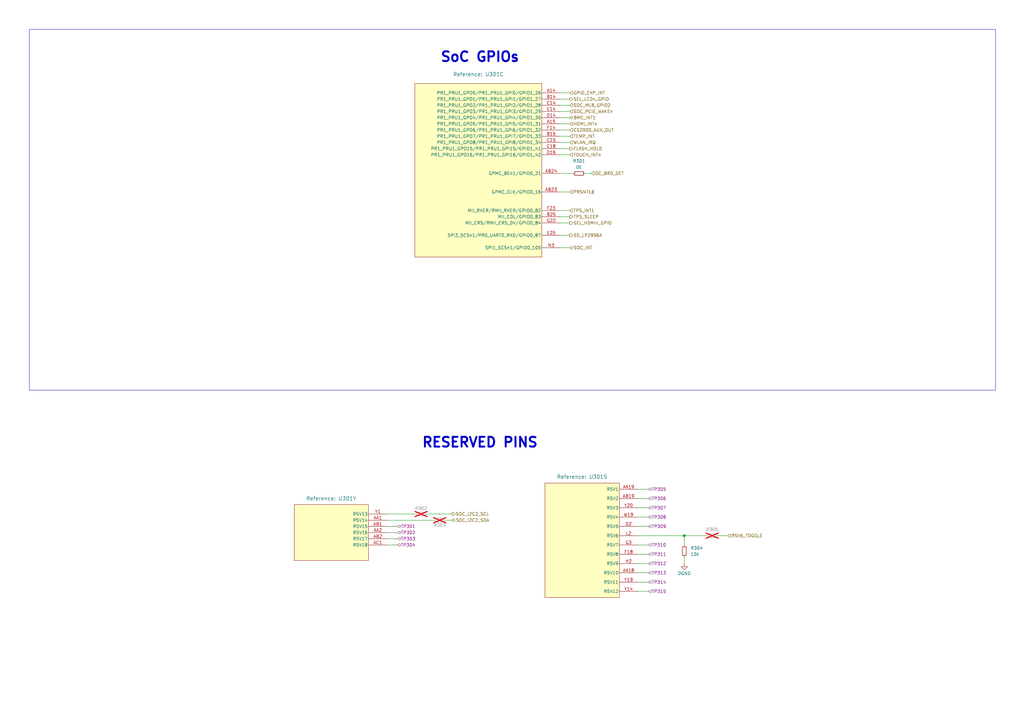
<source format=kicad_sch>
(kicad_sch (version 20250114) (generator "eeschema") (generator_version "9.0")
  (paper "A3")
  (title_block (title "Barre de son (base saine)") (date "2025-05-16") (rev "1.0") (company "NDH"))
  (lib_symbols
    (symbol "66AK2G12ABY100_1" (pin_names (offset 0.254))
      (property "Reference" "U" (at -46.228 -50.8 0) (show_name))
      (symbol "66AK2G12ABY100_1_1_1"
        (pin bidirectional line (at -68.58 110.49 0) (length 7.62) (name "DDR3_DQS0_P") (number "AD1"))
        (pin bidirectional line (at -68.58 107.95 0) (length 7.62) (name "DDR3_DQS0_N") (number "AE2"))
        (pin bidirectional line (at -68.58 102.87 0) (length 7.62) (name "DDR3_DQS1_P") (number "AD4"))
        (pin bidirectional line (at -68.58 100.33 0) (length 7.62) (name "DDR3_DQS1_N") (number "AE4"))
        (pin bidirectional line (at -68.58 95.25 0) (length 7.62) (name "DDR3_DQS2_P") (number "AE6"))
        (pin bidirectional line (at -68.58 92.71 0) (length 7.62) (name "DDR3_DQS2_N") (number "AD6"))
        (pin bidirectional line (at -68.58 87.63 0) (length 7.62) (name "DDR3_DQS3_P") (number "AE9"))
        (pin bidirectional line (at -68.58 85.09 0) (length 7.62) (name "DDR3_DQS3_N") (number "AD9"))
        (pin bidirectional line (at -68.58 80.01 0) (length 7.62) (name "DDR3_CBDQS_P") (number "AE12"))
        (pin bidirectional line (at -68.58 77.47 0) (length 7.62) (name "DDR3_CBDQS_N") (number "AD12"))
        (pin tri_state line (at -68.58 72.39 0) (length 7.62) (name "DDR3_DQM0") (number "AB4"))
        (pin tri_state line (at -68.58 69.85 0) (length 7.62) (name "DDR3_DQM1") (number "AA5"))
        (pin tri_state line (at -68.58 67.31 0) (length 7.62) (name "DDR3_DQM2") (number "AC8"))
        (pin tri_state line (at -68.58 64.77 0) (length 7.62) (name "DDR3_DQM3") (number "AA9"))
        (pin bidirectional line (at -68.58 58.42 0) (length 7.62) (name "DDR3_CBDQM") (number "Y11"))
        (pin tri_state line (at -68.58 50.8 0) (length 7.62) (name "DDR3_ODT0") (number "AA13"))
        (pin bidirectional line (at -68.58 48.26 0) (length 7.62) (name "DDR3_ODT1") (number "Y12"))
        (pin bidirectional line (at -68.58 41.91 0) (length 7.62) (name "DDR3_CB00") (number "AA11"))
        (pin bidirectional line (at -68.58 39.37 0) (length 7.62) (name "DDR3_CB01") (number "AB11"))
        (pin bidirectional line (at -68.58 36.83 0) (length 7.62) (name "DDR3_CB02") (number "AC11"))
        (pin bidirectional line (at -68.58 34.29 0) (length 7.62) (name "DDR3_CB03") (number "AC12"))
        (pin tri_state line (at -68.58 27.94 0) (length 7.62) (name "DDR3_CKE0") (number "AB18"))
        (pin bidirectional line (at -68.58 25.4 0) (length 7.62) (name "DDR3_CKE1") (number "AC18"))
        (pin tri_state line (at -68.58 19.05 0) (length 7.62) (name "DDR3_CEn0") (number "AD13"))
        (pin bidirectional line (at -68.58 16.51 0) (length 7.62) (name "DDR3_CEn1") (number "AB12"))
        (pin tri_state line (at -68.58 10.16 0) (length 7.62) (name "DDR_CLK_N") (number "AD24"))
        (pin tri_state line (at -68.58 7.62 0) (length 7.62) (name "DDR_CLK_P") (number "AE24"))
        (pin tri_state line (at -68.58 1.27 0) (length 7.62) (name "DDR3_CLKOUT_P0") (number "AE15"))
        (pin tri_state line (at -68.58 -1.27 0) (length 7.62) (name "DDR3_CLKOUT_N0") (number "AD15"))
        (pin tri_state line (at -68.58 -7.62 0) (length 7.62) (name "DDR3_CLKOUT_P1") (number "AE16"))
        (pin tri_state line (at -68.58 -10.16 0) (length 7.62) (name "DDR3_CLKOUT_N1") (number "AD16"))
        (pin unspecified line (at -68.58 -16.51 0) (length 7.62) (name "DDR3_RZQ0") (number "W12"))
        (pin unspecified line (at -68.58 -19.05 0) (length 7.62) (name "DDR3_RZQ1") (number "V9"))
        (pin tri_state line (at -68.58 -25.4 0) (length 7.62) (name "DDR3_CASn") (number "AC13"))
        (pin tri_state line (at -68.58 -27.94 0) (length 7.62) (name "DDR3_RASn") (number "AE13"))
        (pin tri_state line (at -68.58 -34.29 0) (length 7.62) (name "DDR3_WEn") (number "Y13"))
        (pin tri_state line (at -68.58 -40.64 0) (length 7.62) (name "DDR3_RESETn") (number "Y18"))
        (pin tri_state line (at 2.54 110.49 180) (length 7.62) (name "DDR3_A00") (number "AC15"))
        (pin tri_state line (at 2.54 107.95 180) (length 7.62) (name "DDR3_A01") (number "Y15"))
        (pin tri_state line (at 2.54 105.41 180) (length 7.62) (name "DDR3_A02") (number "AC16"))
        (pin tri_state line (at 2.54 102.87 180) (length 7.62) (name "DDR3_A03") (number "AA15"))
        (pin tri_state line (at 2.54 100.33 180) (length 7.62) (name "DDR3_A04") (number "AB16"))
        (pin tri_state line (at 2.54 97.79 180) (length 7.62) (name "DDR3_A05") (number "AE17"))
        (pin tri_state line (at 2.54 95.25 180) (length 7.62) (name "DDR3_A06") (number "AC14"))
        (pin tri_state line (at 2.54 92.71 180) (length 7.62) (name "DDR3_A07") (number "AB15"))
        (pin tri_state line (at 2.54 90.17 180) (length 7.62) (name "DDR3_A08") (number "AC17"))
        (pin tri_state line (at 2.54 87.63 180) (length 7.62) (name "DDR3_A09") (number "AB17"))
        (pin tri_state line (at 2.54 85.09 180) (length 7.62) (name "DDR3_A10") (number "AB14"))
        (pin tri_state line (at 2.54 82.55 180) (length 7.62) (name "DDR3_A11") (number "AA16"))
        (pin tri_state line (at 2.54 80.01 180) (length 7.62) (name "DDR3_A12") (number "AA17"))
        (pin tri_state line (at 2.54 77.47 180) (length 7.62) (name "DDR3_A13") (number "AA12"))
        (pin tri_state line (at 2.54 74.93 180) (length 7.62) (name "DDR3_A14") (number "Y17"))
        (pin tri_state line (at 2.54 72.39 180) (length 7.62) (name "DDR3_A15") (number "Y16"))
        (pin tri_state line (at 2.54 66.04 180) (length 7.62) (name "DDR3_BA0") (number "AA14"))
        (pin tri_state line (at 2.54 62.23 180) (length 7.62) (name "DDR3_BA1") (number "AB13"))
        (pin tri_state line (at 2.54 58.42 180) (length 7.62) (name "DDR3_BA2") (number "AD17"))
        (pin bidirectional line (at 2.54 52.07 180) (length 7.62) (name "DDR3_D00") (number "AD2"))
        (pin bidirectional line (at 2.54 49.53 180) (length 7.62) (name "DDR3_D01") (number "Y4"))
        (pin bidirectional line (at 2.54 46.99 180) (length 7.62) (name "DDR3_D02") (number "AC3"))
        (pin bidirectional line (at 2.54 44.45 180) (length 7.62) (name "DDR3_D03") (number "AC2"))
        (pin bidirectional line (at 2.54 41.91 180) (length 7.62) (name "DDR3_D04") (number "AE3"))
        (pin bidirectional line (at 2.54 39.37 180) (length 7.62) (name "DDR3_D05") (number "AA4"))
        (pin bidirectional line (at 2.54 36.83 180) (length 7.62) (name "DDR3_D06") (number "AD3"))
        (pin bidirectional line (at 2.54 34.29 180) (length 7.62) (name "DDR3_D07") (number "AB3"))
        (pin bidirectional line (at 2.54 29.21 180) (length 7.62) (name "DDR3_D08") (number "AA6"))
        (pin bidirectional line (at 2.54 26.67 180) (length 7.62) (name "DDR3_D09") (number "Y7"))
        (pin bidirectional line (at 2.54 24.13 180) (length 7.62) (name "DDR3_D10") (number "Y6"))
        (pin bidirectional line (at 2.54 21.59 180) (length 7.62) (name "DDR3_D11") (number "AC5"))
        (pin bidirectional line (at 2.54 19.05 180) (length 7.62) (name "DDR3_D12") (number "AB6"))
        (pin bidirectional line (at 2.54 16.51 180) (length 7.62) (name "DDR3_D13") (number "Y5"))
        (pin bidirectional line (at 2.54 13.97 180) (length 7.62) (name "DDR3_D14") (number "AC4"))
        (pin bidirectional line (at 2.54 11.43 180) (length 7.62) (name "DDR3_D15") (number "AB5"))
        (pin bidirectional line (at 2.54 6.35 180) (length 7.62) (name "DDR3_D16") (number "AB7"))
        (pin bidirectional line (at 2.54 3.81 180) (length 7.62) (name "DDR3_D17") (number "AB8"))
        (pin bidirectional line (at 2.54 1.27 180) (length 7.62) (name "DDR3_D18") (number "AC7"))
        (pin bidirectional line (at 2.54 -1.27 180) (length 7.62) (name "DDR3_D19") (number "AA7"))
        (pin bidirectional line (at 2.54 -3.81 180) (length 7.62) (name "DDR3_D20") (number "AA8"))
        (pin bidirectional line (at 2.54 -6.35 180) (length 7.62) (name "DDR3_D21") (number "AC6"))
        (pin bidirectional line (at 2.54 -8.89 180) (length 7.62) (name "DDR3_D22") (number "AE7"))
        (pin bidirectional line (at 2.54 -11.43 180) (length 7.62) (name "DDR3_D23") (number "AD7"))
        (pin bidirectional line (at 2.54 -16.51 180) (length 7.62) (name "DDR3_D24") (number "AA10"))
        (pin bidirectional line (at 2.54 -19.05 180) (length 7.62) (name "DDR3_D25") (number "AE10"))
        (pin bidirectional line (at 2.54 -21.59 180) (length 7.62) (name "DDR3_D26") (number "AD10"))
        (pin bidirectional line (at 2.54 -24.13 180) (length 7.62) (name "DDR3_D27") (number "AC10"))
        (pin bidirectional line (at 2.54 -26.67 180) (length 7.62) (name "DDR3_D28") (number "AC9"))
        (pin bidirectional line (at 2.54 -29.21 180) (length 7.62) (name "DDR3_D29") (number "AB10"))
        (pin bidirectional line (at 2.54 -31.75 180) (length 7.62) (name "DDR3_D30") (number "AB9"))
        (pin bidirectional line (at 2.54 -34.29 180) (length 7.62) (name "DDR3_D31") (number "Y8"))
      )
      (symbol "66AK2G12ABY100_1_2_1"
        (pin bidirectional line (at -6.35 44.45 180) (length 7.62) (name "DSS_DATA0") (number "V22"))
        (pin bidirectional line (at -6.35 41.91 180) (length 7.62) (name "DSS_DATA1") (number "U21"))
        (pin bidirectional line (at -6.35 39.37 180) (length 7.62) (name "DSS_DATA2") (number "W22"))
        (pin bidirectional line (at -6.35 36.83 180) (length 7.62) (name "DSS_DATA3") (number "V23"))
        (pin bidirectional line (at -6.35 34.29 180) (length 7.62) (name "DSS_DATA4") (number "U23"))
        (pin bidirectional line (at -6.35 31.75 180) (length 7.62) (name "DSS_DATA5") (number "V24"))
        (pin bidirectional line (at -6.35 29.21 180) (length 7.62) (name "DSS_DATA6") (number "T21"))
        (pin bidirectional line (at -6.35 26.67 180) (length 7.62) (name "DSS_DATA7") (number "U22"))
        (pin bidirectional line (at -6.35 24.13 180) (length 7.62) (name "DSS_DATA8") (number "T22"))
        (pin bidirectional line (at -6.35 21.59 180) (length 7.62) (name "DSS_DATA9") (number "R21"))
        (pin bidirectional line (at -6.35 19.05 180) (length 7.62) (name "DSS_DATA10") (number "U24"))
        (pin bidirectional line (at -6.35 16.51 180) (length 7.62) (name "DSS_DATA11") (number "V25"))
        (pin bidirectional line (at -6.35 13.97 180) (length 7.62) (name "DSS_DATA12") (number "T24"))
        (pin bidirectional line (at -6.35 11.43 180) (length 7.62) (name "DSS_DATA13") (number "P21"))
        (pin bidirectional line (at -6.35 8.89 180) (length 7.62) (name "DSS_DATA14") (number "U25"))
        (pin bidirectional line (at -6.35 6.35 180) (length 7.62) (name "DSS_DATA15") (number "R22"))
        (pin bidirectional line (at -6.35 3.81 180) (length 7.62) (name "DSS_DATA16") (number "P23"))
        (pin bidirectional line (at -6.35 1.27 180) (length 7.62) (name "DSS_DATA17") (number "R24"))
        (pin bidirectional line (at -6.35 -1.27 180) (length 7.62) (name "DSS_DATA18") (number "N22"))
        (pin bidirectional line (at -6.35 -3.81 180) (length 7.62) (name "DSS_DATA19") (number "T25"))
        (pin bidirectional line (at -6.35 -6.35 180) (length 7.62) (name "DSS_DATA20") (number "N24"))
        (pin bidirectional line (at -6.35 -8.89 180) (length 7.62) (name "DSS_DATA21") (number "P24"))
        (pin bidirectional line (at -6.35 -11.43 180) (length 7.62) (name "DSS_DATA22") (number "P25"))
        (pin bidirectional line (at -6.35 -13.97 180) (length 7.62) (name "DSS_DATA23") (number "N23"))
        (pin bidirectional line (at -6.35 -20.32 180) (length 7.62) (name "DSS_VSYNC") (number "R25"))
        (pin bidirectional line (at -6.35 -24.13 180) (length 7.62) (name "DSS_HSYNC") (number "P22"))
        (pin bidirectional line (at -6.35 -27.94 180) (length 7.62) (name "DSS_PCLK") (number "N25"))
        (pin bidirectional line (at -6.35 -31.75 180) (length 7.62) (name "DSS_FID") (number "L25"))
        (pin bidirectional line (at -6.35 -35.56 180) (length 7.62) (name "DSS_DE") (number "M25"))
        (pin bidirectional line (at -6.35 -41.91 180) (length 7.62) (name "PR1_MDIO_DATA") (number "E18"))
      )
      (symbol "66AK2G12ABY100_1_3_1"
        (pin bidirectional line (at 1.27 71.12 180) (length 7.62) (name "PR1_PRU1_GPO0/PR1_PRU1_GPI0/GPIO1_26") (number "A14"))
        (pin bidirectional line (at 1.27 68.58 180) (length 7.62) (name "PR1_PRU1_GPO1/PR1_PRU1_GPI1/GPIO1_27") (number "B14"))
        (pin bidirectional line (at 1.27 66.04 180) (length 7.62) (name "PR1_PRU1_GPO2/PR1_PRU1_GPI2/GPIO1_28") (number "C14"))
        (pin bidirectional line (at 1.27 63.5 180) (length 7.62) (name "PR1_PRU1_GPO3/PR1_PRU1_GPI3/GPIO1_29") (number "E14"))
        (pin bidirectional line (at 1.27 60.96 180) (length 7.62) (name "PR1_PRU1_GPO4/PR1_PRU1_GPI4/GPIO1_30") (number "D14"))
        (pin bidirectional line (at 1.27 58.42 180) (length 7.62) (name "PR1_PRU1_GPO5/PR1_PRU1_GPI5/GPIO1_31") (number "A15"))
        (pin bidirectional line (at 1.27 55.88 180) (length 7.62) (name "PR1_PRU1_GPO6/PR1_PRU1_GPI6/GPIO1_32") (number "F14"))
        (pin bidirectional line (at 1.27 53.34 180) (length 7.62) (name "PR1_PRU1_GPO7/PR1_PRU1_GPI7/GPIO1_33") (number "B15"))
        (pin bidirectional line (at 1.27 50.8 180) (length 7.62) (name "PR1_PRU1_GPO8/PR1_PRU1_GPI8/GPIO1_34") (number "C15"))
        (pin bidirectional line (at 1.27 48.26 180) (length 7.62) (name "PR1_PRU1_GPO15/PR1_PRU1_GPI15/GPIO1_41") (number "C18"))
        (pin bidirectional line (at 1.27 45.72 180) (length 7.62) (name "PR1_PRU1_GPO16/PR1_PRU1_GPI16/GPIO1_42") (number "D16"))
        (pin bidirectional line (at 1.27 38.1 180) (length 7.62) (name "GPMC_BEn1/GPIO0_21") (number "AB24"))
        (pin bidirectional line (at 1.27 30.48 180) (length 7.62) (name "GPMC_CLK/GPIO0_16") (number "AB23"))
        (pin bidirectional line (at 1.27 22.86 180) (length 7.62) (name "MII_RXER/RMII_RXER/GPIO0_82") (number "F23"))
        (pin bidirectional line (at 1.27 20.32 180) (length 7.62) (name "MII_COL/GPIO0_83") (number "B25"))
        (pin bidirectional line (at 1.27 17.78 180) (length 7.62) (name "MII_CRS/RMII_CRS_DV/GPIO0_84") (number "G22"))
        (pin bidirectional line (at 1.27 12.7 180) (length 7.62) (name "SPI3_SCSn1/PR0_UART0_RXD/GPIO0_87") (number "E25"))
        (pin bidirectional line (at 1.27 7.62 180) (length 7.62) (name "SPI1_SCSn1/GPIO0_100") (number "N3"))
      )
      (symbol "66AK2G12ABY100_1_4_1"
        (pin bidirectional line (at -15.24 -25.4 180) (length 7.62) (name "SPI0_SOMI") (number "M1"))
        (pin bidirectional line (at -15.24 -30.48 180) (length 7.62) (name "SPI0_SIMO") (number "N4"))
        (pin bidirectional line (at -15.24 -35.56 180) (length 7.62) (name "SPI0_CLK") (number "M2"))
        (pin bidirectional line (at -15.24 -40.64 180) (length 7.62) (name "SPI0_SCSn0") (number "M3"))
        (pin bidirectional line (at -15.24 -45.72 180) (length 7.62) (name "SPI0_SCSn1") (number "M4"))
      )
      (symbol "66AK2G12ABY100_1_5_1"
        (pin bidirectional line (at -7.62 31.75 180) (length 7.62) (name "GPMC_AD0") (number "AC21"))
        (pin bidirectional line (at -7.62 29.21 180) (length 7.62) (name "GPMC_AD1") (number "AE20"))
        (pin bidirectional line (at -7.62 26.67 180) (length 7.62) (name "GPMC_AD2") (number "AD22"))
        (pin bidirectional line (at -7.62 24.13 180) (length 7.62) (name "GPMC_AD3") (number "AD20"))
        (pin bidirectional line (at -7.62 21.59 180) (length 7.62) (name "GPMC_AD4") (number "AE21"))
        (pin bidirectional line (at -7.62 19.05 180) (length 7.62) (name "GPMC_AD5") (number "AE22"))
        (pin bidirectional line (at -7.62 16.51 180) (length 7.62) (name "GPMC_AD6") (number "AC20"))
        (pin bidirectional line (at -7.62 13.97 180) (length 7.62) (name "GPMC_AD7") (number "AD21"))
        (pin bidirectional line (at -7.62 11.43 180) (length 7.62) (name "GPMC_AD8") (number "AE23"))
        (pin bidirectional line (at -7.62 8.89 180) (length 7.62) (name "GPMC_AD9") (number "AB20"))
        (pin bidirectional line (at -7.62 6.35 180) (length 7.62) (name "GPMC_AD10") (number "AA20"))
        (pin bidirectional line (at -7.62 3.81 180) (length 7.62) (name "GPMC_AD11") (number "AD23"))
        (pin bidirectional line (at -7.62 1.27 180) (length 7.62) (name "GPMC_AD12") (number "AA21"))
        (pin bidirectional line (at -7.62 -1.27 180) (length 7.62) (name "GPMC_AD13") (number "AB21"))
        (pin bidirectional line (at -7.62 -3.81 180) (length 7.62) (name "GPMC_AD14") (number "AB22"))
        (pin bidirectional line (at -7.62 -6.35 180) (length 7.62) (name "GPMC_AD15") (number "AA22"))
        (pin bidirectional line (at -7.62 -16.51 180) (length 7.62) (name "GPMC_ADVn_ALE") (number "AC23"))
        (pin bidirectional line (at -7.62 -19.05 180) (length 7.62) (name "GPMC_OEn_REn") (number "AC22"))
        (pin bidirectional line (at -7.62 -21.59 180) (length 7.62) (name "GPMC_WEn") (number "Y22"))
        (pin bidirectional line (at -7.62 -24.13 180) (length 7.62) (name "GPMC_BEn0_CLE") (number "AC24"))
        (pin bidirectional line (at -7.62 -26.67 180) (length 7.62) (name "GPMC_WAIT0") (number "Y24"))
        (pin bidirectional line (at -7.62 -36.83 180) (length 7.62) (name "GPMC_WPn") (number "W25"))
        (pin bidirectional line (at -7.62 -43.18 180) (length 7.62) (name "GPMC_CSn0") (number "AB25"))
      )
      (symbol "66AK2G12ABY100_1_6_1"
        (pin bidirectional line (at -11.43 8.89 180) (length 7.62) (name "MMC1_DAT0") (number "H3"))
        (pin bidirectional line (at -11.43 3.81 180) (length 7.62) (name "MMC1_DAT1") (number "F5"))
        (pin bidirectional line (at -11.43 -1.27 180) (length 7.62) (name "MMC1_DAT2") (number "J5"))
        (pin bidirectional line (at -11.43 -6.35 180) (length 7.62) (name "MMC1_DAT3") (number "H4"))
        (pin bidirectional line (at -11.43 -11.43 180) (length 7.62) (name "MMC1_DAT4") (number "E3"))
        (pin bidirectional line (at -11.43 -13.97 180) (length 7.62) (name "MMC1_DAT5") (number "G4"))
        (pin bidirectional line (at -11.43 -16.51 180) (length 7.62) (name "MMC1_DAT6") (number "F4"))
        (pin bidirectional line (at -11.43 -19.05 180) (length 7.62) (name "MMC1_DAT7") (number "G5"))
        (pin bidirectional line (at -11.43 -24.13 180) (length 7.62) (name "MMC1_CLK") (number "J4"))
        (pin bidirectional line (at -11.43 -29.21 180) (length 7.62) (name "MMC1_CMD") (number "J2"))
        (pin bidirectional line (at -11.43 -34.29 180) (length 7.62) (name "MMC1_POW") (number "K2"))
        (pin bidirectional line (at -11.43 -36.83 180) (length 7.62) (name "MMC1_SDCD") (number "J3"))
        (pin bidirectional line (at -11.43 -43.18 180) (length 7.62) (name "MMC1_SDWP") (number "K3"))
      )
      (symbol "66AK2G12ABY100_1_7_1"
        (pin bidirectional line (at -13.97 29.21 180) (length 7.62) (name "MII_TXD0") (number "G23"))
        (pin bidirectional line (at -13.97 24.13 180) (length 7.62) (name "MII_TXD1") (number "G24"))
        (pin bidirectional line (at -13.97 19.05 180) (length 7.62) (name "MII_TXD2") (number "G25"))
        (pin bidirectional line (at -13.97 13.97 180) (length 7.62) (name "MII_TXD3") (number "D25"))
        (pin bidirectional line (at -13.97 6.35 180) (length 7.62) (name "MII_TXCLK") (number "C25"))
        (pin bidirectional line (at -13.97 1.27 180) (length 7.62) (name "MII_TXEN") (number "H25"))
        (pin bidirectional line (at -13.97 -6.35 180) (length 7.62) (name "MDIO_CLK") (number "U3"))
        (pin bidirectional line (at -13.97 -10.16 180) (length 7.62) (name "MDIO_DATA") (number "V3"))
        (pin bidirectional line (at -13.97 -17.78 180) (length 7.62) (name "MII_RXCLK") (number "A22"))
        (pin bidirectional line (at -13.97 -22.86 180) (length 7.62) (name "MII_RXDV") (number "A24"))
        (pin bidirectional line (at -13.97 -30.48 180) (length 7.62) (name "MII_RXD0") (number "B24"))
        (pin bidirectional line (at -13.97 -35.56 180) (length 7.62) (name "MII_RXD1") (number "C23"))
        (pin bidirectional line (at -13.97 -40.64 180) (length 7.62) (name "MII_RXD2") (number "B23"))
        (pin bidirectional line (at -13.97 -45.72 180) (length 7.62) (name "MII_RXD3") (number "F22"))
      )
      (symbol "66AK2G12ABY100_1_8_1"
        (pin input line (at -10.16 -5.08 180) (length 7.62) (name "NMIn") (number "W1"))
        (pin input line (at -10.16 -10.16 180) (length 7.62) (name "PORn") (number "AA3"))
        (pin input line (at -10.16 -15.24 180) (length 7.62) (name "LRESETNMIENn") (number "V1"))
        (pin input line (at -10.16 -20.32 180) (length 7.62) (name "LRESETn") (number "V2"))
        (pin input line (at -10.16 -25.4 180) (length 7.62) (name "RESETn") (number "W3"))
        (pin input line (at -10.16 -30.48 180) (length 7.62) (name "RESETFULLn") (number "W2"))
        (pin output line (at -10.16 -38.1 180) (length 7.62) (name "RESETSTATn") (number "Y2"))
        (pin tri_state line (at -10.16 -45.72 180) (length 7.62) (name "BOOTCOMPLETE") (number "Y3"))
      )
      (symbol "66AK2G12ABY100_1_9_1"
        (pin input line (at -69.85 8.89 0) (length 7.62) (name "AUDOSC_IN") (number "C17"))
        (pin output line (at -69.85 -2.54 0) (length 7.62) (name "AUDOSC_OUT") (number "A17"))
        (pin power_in line (at -69.85 -7.62 0) (length 7.62) (name "VSS_OSC_AUDIO") (number "B17"))
        (pin output line (at -69.85 -12.7 0) (length 7.62) (name "USB1_XO") (number "C20"))
        (pin output line (at -69.85 -17.78 0) (length 7.62) (name "USB0_XO") (number "D19"))
        (pin tri_state line (at -69.85 -26.67 0) (length 7.62) (name "OBSPLL_LOCK") (number "N5"))
        (pin output line (at -69.85 -30.48 0) (length 7.62) (name "OBSCLK_P") (number "K1"))
        (pin output line (at -69.85 -34.29 0) (length 7.62) (name "OBSCLK_N") (number "L1"))
        (pin output line (at -69.85 -44.45 0) (length 7.62) (name "RMII_REFCLK/PR0_eCAP0_eCAP_SYNCOUT") (number "D24"))
        (pin input line (at 6.35 8.89 180) (length 7.62) (name "SYSOSC_IN") (number "AC19"))
        (pin output line (at 6.35 -3.81 180) (length 7.62) (name "SYSOSC_OUT") (number "AE19"))
        (pin power_in line (at 6.35 -8.89 180) (length 7.62) (name "VSS_OSC_SYS") (number "AD19"))
        (pin input line (at 6.35 -15.24 180) (length 7.62) (name "SYSCLK_P") (number "AD25"))
        (pin input line (at 6.35 -20.32 180) (length 7.62) (name "SYSCLK_N") (number "AC25"))
        (pin input line (at 6.35 -26.67 180) (length 7.62) (name "SYSCLKSEL") (number "R1"))
        (pin tri_state line (at 6.35 -33.02 180) (length 7.62) (name "SYSCLKOUT") (number "M21"))
        (pin input line (at 6.35 -39.37 180) (length 7.62) (name "CPTS_REFCLK_P") (number "K21"))
        (pin input line (at 6.35 -44.45 180) (length 7.62) (name "CPTS_REFCLK_N") (number "L21"))
      )
      (symbol "66AK2G12ABY100_1_10_1"
        (pin input line (at -17.78 -17.78 180) (length 7.62) (name "TDI") (number "L5"))
        (pin tri_state line (at -17.78 -21.59 180) (length 7.62) (name "TDO") (number "K5"))
        (pin input line (at -17.78 -25.4 180) (length 7.62) (name "TCK") (number "L3"))
        (pin input line (at -17.78 -29.21 180) (length 7.62) (name "TMS") (number "K4"))
        (pin input line (at -17.78 -33.02 180) (length 7.62) (name "TRSTn") (number "L4"))
        (pin bidirectional line (at -17.78 -39.37 180) (length 7.62) (name "EMU00") (number "M22"))
        (pin bidirectional line (at -17.78 -45.72 180) (length 7.62) (name "EMU01") (number "L22"))
      )
      (symbol "66AK2G12ABY100_1_11_1"
        (pin bidirectional line (at -10.16 5.08 180) (length 7.62) (name "MLBP_DAT_P") (number "K23"))
        (pin bidirectional line (at -10.16 0 180) (length 7.62) (name "MLBP_DAT_N") (number "K22"))
        (pin bidirectional line (at -10.16 -6.35 180) (length 7.62) (name "MLBP_SIG_P") (number "L24"))
        (pin bidirectional line (at -10.16 -11.43 180) (length 7.62) (name "MLBP_SIG_N") (number "M24"))
        (pin input line (at -10.16 -19.05 180) (length 7.62) (name "MLBP_CLK_P") (number "M23"))
        (pin input line (at -10.16 -24.13 180) (length 7.62) (name "MLBP_CLK_N") (number "L23"))
        (pin bidirectional line (at -10.16 -34.29 180) (length 7.62) (name "GPMC_WAIT1") (number "AA24"))
        (pin bidirectional line (at -10.16 -39.37 180) (length 7.62) (name "GPMC_DIR") (number "AA25"))
        (pin bidirectional line (at -10.16 -44.45 180) (length 7.62) (name "GPMC_CSn1") (number "W24"))
      )
      (symbol "66AK2G12ABY100_1_12_1"
        (pin bidirectional line (at -13.97 -13.97 180) (length 7.62) (name "USB1_DP") (number "B20"))
        (pin bidirectional line (at -13.97 -17.78 180) (length 7.62) (name "USB1_DM") (number "A20"))
        (pin unspecified line (at -13.97 -25.4 180) (length 7.62) (name "USB1_ID") (number "E20"))
        (pin unspecified line (at -13.97 -30.48 180) (length 7.62) (name "USB1_VBUS") (number "A21"))
        (pin tri_state line (at -13.97 -38.1 180) (length 7.62) (name "USB1_DRVVBUS") (number "B21"))
        (pin unspecified line (at -13.97 -45.72 180) (length 7.62) (name "USB1_TXRTUNE_RKELVIN") (number "D20"))
      )
      (symbol "66AK2G12ABY100_1_13_1"
        (pin bidirectional line (at -16.51 -38.1 180) (length 7.62) (name "I2C0_SCL") (number "U5"))
        (pin bidirectional line (at -16.51 -45.72 180) (length 7.62) (name "I2C0_SDA") (number "W5"))
      )
      (symbol "66AK2G12ABY100_1_14_1"
        (pin bidirectional line (at -7.62 -7.62 180) (length 7.62) (name "QSPI_D0") (number "J23"))
        (pin bidirectional line (at -7.62 -11.43 180) (length 7.62) (name "QSPI_D1") (number "J22"))
        (pin bidirectional line (at -7.62 -15.24 180) (length 7.62) (name "QSPI_D2") (number "J21"))
        (pin bidirectional line (at -7.62 -19.05 180) (length 7.62) (name "QSPI_D3") (number "J24"))
        (pin bidirectional line (at -7.62 -25.4 180) (length 7.62) (name "QSPI_CSn0") (number "J25"))
        (pin bidirectional line (at -7.62 -31.75 180) (length 7.62) (name "QSPI_CLK") (number "K25"))
        (pin bidirectional line (at -7.62 -38.1 180) (length 7.62) (name "QSPI_RCLK") (number "K24"))
        (pin bidirectional line (at -7.62 -45.72 180) (length 7.62) (name "QSPI_CSn1") (number "H23"))
      )
      (symbol "66AK2G12ABY100_1_15_1"
        (pin tri_state line (at -15.24 -34.29 180) (length 7.62) (name "UART0_TXD") (number "T1"))
        (pin input line (at -15.24 -38.1 180) (length 7.62) (name "UART0_RXD") (number "T4"))
        (pin bidirectional line (at -15.24 -41.91 180) (length 7.62) (name "UART0_CTSn") (number "T2"))
        (pin bidirectional line (at -15.24 -45.72 180) (length 7.62) (name "UART0_RTSn") (number "U1"))
      )
      (symbol "66AK2G12ABY100_1_16_1"
        (pin output line (at -13.97 -6.35 180) (length 7.62) (name "PCIE_TXP0") (number "G1"))
        (pin output line (at -13.97 -11.43 180) (length 7.62) (name "PCIE_TXN0") (number "H1"))
        (pin input line (at -13.97 -19.05 180) (length 7.62) (name "PCIE_RXP0") (number "E1"))
        (pin input line (at -13.97 -24.13 180) (length 7.62) (name "PCIE_RXN0") (number "D1"))
        (pin input line (at -13.97 -31.75 180) (length 7.62) (name "PCIE_CLK_P") (number "G2"))
        (pin input line (at -13.97 -35.56 180) (length 7.62) (name "PCIE_CLK_N") (number "F2"))
        (pin unspecified line (at -13.97 -43.18 180) (length 7.62) (name "PCIE_REFRES") (number "H7"))
      )
      (symbol "66AK2G12ABY100_1_17_1"
        (pin bidirectional line (at -8.89 -30.48 180) (length 7.62) (name "DCAN0_TX") (number "P5"))
        (pin bidirectional line (at -8.89 -35.56 180) (length 7.62) (name "DCAN0_RX") (number "R5"))
        (pin bidirectional line (at -8.89 -43.18 180) (length 7.62) (name "QSPI_CSn2") (number "H22"))
        (pin bidirectional line (at -8.89 -46.99 180) (length 7.62) (name "QSPI_CSn3") (number "H21"))
      )
      (symbol "66AK2G12ABY100_1_18_1"
        (pin bidirectional line (at -6.35 3.81 180) (length 7.62) (name "eHRPWM3_A") (number "A23"))
        (pin bidirectional line (at -6.35 0 180) (length 7.62) (name "eHRPWM3_B") (number "B22"))
        (pin bidirectional line (at -6.35 -3.81 180) (length 7.62) (name "MII_TXER") (number "H24"))
        (pin bidirectional line (at -6.35 -7.62 180) (length 7.62) (name "eHRPWM3_SYNCO") (number "D23"))
        (pin bidirectional line (at -6.35 -11.43 180) (length 7.62) (name "eHRPWM3_SYNCI") (number "C22"))
        (pin bidirectional line (at -6.35 -17.78 180) (length 7.62) (name "PR1_PRU0_GPO18") (number "D12"))
        (pin bidirectional line (at -6.35 -21.59 180) (length 7.62) (name "PR1_PRU0_GPO19") (number "D13"))
        (pin bidirectional line (at -6.35 -25.4 180) (length 7.62) (name "PR1_PRU0_GPO17") (number "E13"))
        (pin bidirectional line (at -6.35 -31.75 180) (length 7.62) (name "PR1_PRU1_GPO18") (number "E17"))
        (pin bidirectional line (at -6.35 -35.56 180) (length 7.62) (name "PR1_PRU1_GPO19") (number "E16"))
        (pin bidirectional line (at -6.35 -39.37 180) (length 7.62) (name "PR1_PRU1_GPO17") (number "F16"))
        (pin bidirectional line (at -6.35 -45.72 180) (length 7.62) (name "PR1_MDIO_MDCLK") (number "D18"))
      )
      (symbol "66AK2G12ABY100_1_19_1"
        (pin unspecified line (at -8.89 -3.81 180) (length 7.62) (name "RSV1") (number "AA19"))
        (pin input line (at -8.89 -7.62 180) (length 7.62) (name "RSV2") (number "AB19"))
        (pin unspecified line (at -8.89 -11.43 180) (length 7.62) (name "RSV3") (number "Y20"))
        (pin unspecified line (at -8.89 -15.24 180) (length 7.62) (name "RSV4") (number "W19"))
        (pin unspecified line (at -8.89 -19.05 180) (length 7.62) (name "RSV5") (number "D2"))
        (pin input line (at -8.89 -22.86 180) (length 7.62) (name "RSV6") (number "L2"))
        (pin unspecified line (at -8.89 -26.67 180) (length 7.62) (name "RSV7") (number "G3"))
        (pin unspecified line (at -8.89 -30.48 180) (length 7.62) (name "RSV8") (number "F18"))
        (pin unspecified line (at -8.89 -34.29 180) (length 7.62) (name "RSV9") (number "H2"))
        (pin tri_state line (at -8.89 -38.1 180) (length 7.62) (name "RSV10") (number "AA18"))
        (pin tri_state line (at -8.89 -41.91 180) (length 7.62) (name "RSV11") (number "Y19"))
        (pin unspecified line (at -8.89 -45.72 180) (length 7.62) (name "RSV12") (number "Y14"))
      )
      (symbol "66AK2G12ABY100_1_20_1"
        (pin power_in line (at -57.15 46.99 0) (length 7.62) (name "CVDD") (number "N14"))
        (pin power_in line (at -57.15 43.18 0) (length 7.62) (name "CVDD") (number "N12"))
        (pin power_in line (at -57.15 39.37 0) (length 7.62) (name "CVDD") (number "N10"))
        (pin power_in line (at -57.15 35.56 0) (length 7.62) (name "CVDD") (number "M17"))
        (pin power_in line (at -57.15 31.75 0) (length 7.62) (name "CVDD") (number "M15"))
        (pin power_in line (at -57.15 27.94 0) (length 7.62) (name "CVDD") (number "M13"))
        (pin power_in line (at -57.15 24.13 0) (length 7.62) (name "CVDD") (number "M11"))
        (pin power_in line (at -57.15 20.32 0) (length 7.62) (name "CVDD") (number "M9"))
        (pin power_in line (at -57.15 16.51 0) (length 7.62) (name "CVDD") (number "L18"))
        (pin power_in line (at -57.15 12.7 0) (length 7.62) (name "CVDD") (number "L16"))
        (pin power_in line (at -57.15 8.89 0) (length 7.62) (name "CVDD") (number "L14"))
        (pin power_in line (at -57.15 5.08 0) (length 7.62) (name "CVDD") (number "L12"))
        (pin power_in line (at -57.15 1.27 0) (length 7.62) (name "CVDD") (number "L10"))
        (pin power_in line (at -57.15 -2.54 0) (length 7.62) (name "CVDD") (number "K17"))
        (pin power_in line (at -57.15 -6.35 0) (length 7.62) (name "CVDD") (number "K15"))
        (pin power_in line (at -57.15 -10.16 0) (length 7.62) (name "CVDD") (number "K13"))
        (pin power_in line (at -57.15 -13.97 0) (length 7.62) (name "CVDD") (number "K11"))
        (pin power_in line (at -57.15 -17.78 0) (length 7.62) (name "CVDD") (number "K9"))
        (pin power_in line (at -57.15 -21.59 0) (length 7.62) (name "CVDD") (number "J16"))
        (pin power_in line (at -57.15 -29.21 0) (length 7.62) (name "CVDD1") (number "T13"))
        (pin power_in line (at -57.15 -33.02 0) (length 7.62) (name "CVDD1") (number "N18"))
        (pin power_in line (at -57.15 -36.83 0) (length 7.62) (name "CVDD1") (number "N8"))
        (pin power_in line (at -57.15 -40.64 0) (length 7.62) (name "CVDD1") (number "J12"))
        (pin power_in line (at -57.15 -44.45 0) (length 7.62) (name "CVDD1") (number "M5"))
        (pin power_in line (at -6.35 46.99 180) (length 7.62) (name "CVDD") (number "N16"))
        (pin power_in line (at -6.35 43.18 180) (length 7.62) (name "CVDD") (number "P9"))
        (pin power_in line (at -6.35 39.37 180) (length 7.62) (name "CVDD") (number "P11"))
        (pin power_in line (at -6.35 35.56 180) (length 7.62) (name "CVDD") (number "P13"))
        (pin power_in line (at -6.35 31.75 180) (length 7.62) (name "CVDD") (number "P15"))
        (pin power_in line (at -6.35 27.94 180) (length 7.62) (name "CVDD") (number "P17"))
        (pin power_in line (at -6.35 24.13 180) (length 7.62) (name "CVDD") (number "R8"))
        (pin power_in line (at -6.35 20.32 180) (length 7.62) (name "CVDD") (number "R10"))
        (pin power_in line (at -6.35 16.51 180) (length 7.62) (name "CVDD") (number "R12"))
        (pin power_in line (at -6.35 12.7 180) (length 7.62) (name "CVDD") (number "R14"))
        (pin power_in line (at -6.35 8.89 180) (length 7.62) (name "CVDD") (number "R16"))
        (pin power_in line (at -6.35 5.08 180) (length 7.62) (name "CVDD") (number "R18"))
        (pin power_in line (at -6.35 1.27 180) (length 7.62) (name "CVDD") (number "T9"))
        (pin power_in line (at -6.35 -2.54 180) (length 7.62) (name "CVDD") (number "T11"))
        (pin power_in line (at -6.35 -6.35 180) (length 7.62) (name "CVDD") (number "T15"))
        (pin power_in line (at -6.35 -10.16 180) (length 7.62) (name "CVDD") (number "T17"))
        (pin power_in line (at -6.35 -13.97 180) (length 7.62) (name "CVDD") (number "U16"))
        (pin power_in line (at -6.35 -17.78 180) (length 7.62) (name "CVDD") (number "J10"))
        (pin power_in line (at -6.35 -21.59 180) (length 7.62) (name "CVDD") (number "J14"))
      )
      (symbol "66AK2G12ABY100_1_21_1"
        (pin power_in line (at -2.54 50.8 180) (length 7.62) (name "DVDD33") (number "H9"))
        (pin power_in line (at -2.54 46.99 180) (length 7.62) (name "DVDD33") (number "AA23"))
        (pin power_in line (at -2.54 43.18 180) (length 7.62) (name "DVDD33") (number "E23"))
        (pin power_in line (at -2.54 39.37 180) (length 7.62) (name "DVDD33") (number "F21"))
        (pin power_in line (at -2.54 35.56 180) (length 7.62) (name "DVDD33") (number "G20"))
        (pin power_in line (at -2.54 31.75 180) (length 7.62) (name "DVDD33") (number "J20"))
        (pin power_in line (at -2.54 27.94 180) (length 7.62) (name "DVDD33") (number "P19"))
        (pin power_in line (at -2.54 24.13 180) (length 7.62) (name "DVDD33") (number "R20"))
        (pin power_in line (at -2.54 20.32 180) (length 7.62) (name "DVDD33") (number "T19"))
        (pin power_in line (at -2.54 16.51 180) (length 7.62) (name "DVDD33") (number "U20"))
        (pin power_in line (at -2.54 12.7 180) (length 7.62) (name "DVDD33") (number "V21"))
        (pin power_in line (at -2.54 8.89 180) (length 7.62) (name "DVDD33") (number "F7"))
        (pin power_in line (at -2.54 5.08 180) (length 7.62) (name "DVDD33") (number "F11"))
        (pin power_in line (at -2.54 1.27 180) (length 7.62) (name "DVDD33") (number "F15"))
        (pin power_in line (at -2.54 -2.54 180) (length 7.62) (name "DVDD33") (number "G12"))
        (pin power_in line (at -2.54 -6.35 180) (length 7.62) (name "DVDD33") (number "G16"))
        (pin power_in line (at -2.54 -10.16 180) (length 7.62) (name "DVDD33") (number "H11"))
        (pin power_in line (at -2.54 -13.97 180) (length 7.62) (name "DVDD33") (number "H13"))
        (pin power_in line (at -2.54 -17.78 180) (length 7.62) (name "DVDD33") (number "H15"))
        (pin power_in line (at -2.54 -21.59 180) (length 7.62) (name "DVDD33") (number "P7"))
        (pin power_in line (at -2.54 -25.4 180) (length 7.62) (name "DVDD33") (number "R6"))
        (pin power_in line (at -2.54 -29.21 180) (length 7.62) (name "DVDD33") (number "T23"))
        (pin power_in line (at -2.54 -33.02 180) (length 7.62) (name "DVDD33") (number "T7"))
        (pin power_in line (at -2.54 -40.64 180) (length 7.62) (name "DVDD33_USB") (number "H17"))
        (pin power_in line (at -2.54 -43.18 180) (length 7.62) (name "DVDD33_USB") (number "G18"))
      )
      (symbol "66AK2G12ABY100_1_22_1"
        (pin power_in line (at -67.31 15.24 0) (length 7.62) (name "DVDD18") (number "F17"))
        (pin power_in line (at -67.31 12.7 0) (length 7.62) (name "DVDD18") (number "L20"))
        (pin power_in line (at -67.31 10.16 0) (length 7.62) (name "DVDD18") (number "K19"))
        (pin power_in line (at -67.31 7.62 0) (length 7.62) (name "DVDD18") (number "M7"))
        (pin power_in line (at -67.31 5.08 0) (length 7.62) (name "DVDD18") (number "L6"))
        (pin power_in line (at -67.31 2.54 0) (length 7.62) (name "DVDD18") (number "W6"))
        (pin power_in line (at -67.31 0 0) (length 7.62) (name "DVDD18") (number "U6"))
        (pin power_in line (at -67.31 -2.54 0) (length 7.62) (name "DVDD18") (number "U18"))
        (pin power_in line (at -67.31 -5.08 0) (length 7.62) (name "DVDD18") (number "V19"))
        (pin power_in line (at -67.31 -7.62 0) (length 7.62) (name "DVDD18") (number "J6"))
        (pin power_in line (at -67.31 -10.16 0) (length 7.62) (name "DVDD18") (number "H5"))
        (pin power_in line (at -67.31 -13.97 0) (length 7.62) (name "DVDD18") (number "G6"))
        (pin power_in line (at -67.31 -16.51 0) (length 7.62) (name "DVDD18") (number "F19"))
        (pin power_in line (at 1.27 15.24 180) (length 7.62) (name "DVDD_DDR") (number "AD5"))
        (pin power_in line (at 1.27 12.7 180) (length 7.62) (name "DVDD_DDR") (number "AD11"))
        (pin power_in line (at 1.27 10.16 180) (length 7.62) (name "DVDD_DDR") (number "AD18"))
        (pin power_in line (at 1.27 7.62 180) (length 7.62) (name "DVDD_DDR") (number "U8"))
        (pin power_in line (at 1.27 5.08 180) (length 7.62) (name "DVDD_DDR") (number "U10"))
        (pin power_in line (at 1.27 2.54 180) (length 7.62) (name "DVDD_DDR") (number "U12"))
        (pin power_in line (at 1.27 0 180) (length 7.62) (name "DVDD_DDR") (number "U14"))
        (pin power_in line (at 1.27 -2.54 180) (length 7.62) (name "DVDD_DDR") (number "V7"))
        (pin power_in line (at 1.27 -5.08 180) (length 7.62) (name "DVDD_DDR") (number "V11"))
        (pin power_in line (at 1.27 -7.62 180) (length 7.62) (name "DVDD_DDR") (number "V13"))
        (pin power_in line (at 1.27 -10.16 180) (length 7.62) (name "DVDD_DDR") (number "V15"))
        (pin power_in line (at 1.27 -12.7 180) (length 7.62) (name "DVDD_DDR") (number "V17"))
        (pin power_in line (at 1.27 -15.24 180) (length 7.62) (name "DVDD_DDR") (number "W16"))
        (pin power_in line (at 1.27 -17.78 180) (length 7.62) (name "DVDD_DDR") (number "W18"))
        (pin power_in line (at 1.27 -20.32 180) (length 7.62) (name "DVDD_DDR") (number "AE8"))
        (pin power_in line (at 1.27 -22.86 180) (length 7.62) (name "DVDD_DDR") (number "AE14"))
        (pin unspecified line (at 1.27 -33.02 180) (length 7.62) (name "DDR3_VREFSSTL") (number "Y9"))
      )
      (symbol "66AK2G12ABY100_1_23_1"
        (pin power_in line (at -8.89 21.59 180) (length 7.62) (name "DVDD_DDRDLL") (number "W8"))
        (pin power_in line (at -8.89 19.05 180) (length 7.62) (name "DVDD_DDRDLL") (number "W10"))
        (pin power_in line (at -8.89 16.51 180) (length 7.62) (name "DVDD_DDRDLL") (number "W14"))
        (pin power_in line (at -8.89 10.16 180) (length 7.62) (name "AVDDA_DDRPLL") (number "W20"))
        (pin power_in line (at -8.89 6.35 180) (length 7.62) (name "AVDDA_DSSPLL") (number "N20"))
        (pin power_in line (at -8.89 2.54 180) (length 7.62) (name "AVDDA_MAINPLL") (number "M19"))
        (pin power_in line (at -8.89 -1.27 180) (length 7.62) (name "AVDDA_NSSPLL") (number "G14"))
        (pin power_in line (at -8.89 -5.08 180) (length 7.62) (name "AVDDA_UARTPLL") (number "G10"))
        (pin power_in line (at -8.89 -8.89 180) (length 7.62) (name "AVDDA_ICSSPLL") (number "G8"))
        (pin power_in line (at -8.89 -12.7 180) (length 7.62) (name "AVDDA_ARMPLL") (number "N6"))
        (pin power_in line (at -8.89 -20.32 180) (length 7.62) (name "VDDAHV") (number "K7"))
        (pin unspecified line (at -8.89 -26.67 180) (length 7.62) (name "LDO_PCIE_CAP") (number "J8"))
        (pin unspecified line (at -8.89 -29.21 180) (length 7.62) (name "LDO_PCIE_CAP") (number "L8"))
        (pin unspecified line (at -8.89 -35.56 180) (length 7.62) (name "LDO_USB_CAP") (number "J18"))
        (pin unspecified line (at -8.89 -38.1 180) (length 7.62) (name "LDO_USB_CAP") (number "H19"))
        (pin power_in line (at -8.89 -44.45 180) (length 7.62) (name "VPP1") (number "Y21"))
        (pin power_in line (at -8.89 -46.99 180) (length 7.62) (name "VPP2") (number "W21"))
      )
      (symbol "66AK2G12ABY100_1_24_1"
        (pin power_in line (at -20.32 73.66 0) (length 7.62) (name "VSS") (number "A1"))
        (pin power_in line (at -20.32 71.12 0) (length 7.62) (name "VSS") (number "A25"))
        (pin power_in line (at -20.32 68.58 0) (length 7.62) (name "VSS") (number "C1"))
        (pin power_in line (at -20.32 66.04 0) (length 7.62) (name "VSS") (number "E2"))
        (pin power_in line (at -20.32 63.5 0) (length 7.62) (name "VSS") (number "E22"))
        (pin power_in line (at -20.32 60.96 0) (length 7.62) (name "VSS") (number "F1"))
        (pin power_in line (at -20.32 58.42 0) (length 7.62) (name "VSS") (number "F3"))
        (pin power_in line (at -20.32 55.88 0) (length 7.62) (name "VSS") (number "F6"))
        (pin power_in line (at -20.32 53.34 0) (length 7.62) (name "VSS") (number "F8"))
        (pin power_in line (at -20.32 50.8 0) (length 7.62) (name "VSS") (number "F20"))
        (pin power_in line (at -20.32 48.26 0) (length 7.62) (name "VSS") (number "G7"))
        (pin power_in line (at -20.32 45.72 0) (length 7.62) (name "VSS") (number "G9"))
        (pin power_in line (at -20.32 43.18 0) (length 7.62) (name "VSS") (number "G11"))
        (pin power_in line (at -20.32 40.64 0) (length 7.62) (name "VSS") (number "G13"))
        (pin power_in line (at -20.32 38.1 0) (length 7.62) (name "VSS") (number "G15"))
        (pin power_in line (at -20.32 35.56 0) (length 7.62) (name "VSS") (number "G17"))
        (pin power_in line (at -20.32 33.02 0) (length 7.62) (name "VSS") (number "G19"))
        (pin power_in line (at -20.32 30.48 0) (length 7.62) (name "VSS") (number "G21"))
        (pin power_in line (at -20.32 27.94 0) (length 7.62) (name "VSS") (number "H6"))
        (pin power_in line (at -20.32 25.4 0) (length 7.62) (name "VSS") (number "H8"))
        (pin power_in line (at -20.32 22.86 0) (length 7.62) (name "VSS") (number "H10"))
        (pin power_in line (at -20.32 20.32 0) (length 7.62) (name "VSS") (number "H12"))
        (pin power_in line (at -20.32 17.78 0) (length 7.62) (name "VSS") (number "H14"))
        (pin power_in line (at -20.32 15.24 0) (length 7.62) (name "VSS") (number "H16"))
        (pin power_in line (at -20.32 12.7 0) (length 7.62) (name "VSS") (number "H18"))
        (pin power_in line (at -20.32 10.16 0) (length 7.62) (name "VSS") (number "H20"))
        (pin power_in line (at -20.32 7.62 0) (length 7.62) (name "VSS") (number "J1"))
        (pin power_in line (at -20.32 5.08 0) (length 7.62) (name "VSS") (number "J7"))
        (pin power_in line (at -20.32 2.54 0) (length 7.62) (name "VSS") (number "J9"))
        (pin power_in line (at -20.32 0 0) (length 7.62) (name "VSS") (number "J11"))
        (pin power_in line (at -20.32 -2.54 0) (length 7.62) (name "VSS") (number "J13"))
        (pin power_in line (at -20.32 -5.08 0) (length 7.62) (name "VSS") (number "J15"))
        (pin power_in line (at -20.32 -7.62 0) (length 7.62) (name "VSS") (number "J17"))
        (pin power_in line (at -20.32 -10.16 0) (length 7.62) (name "VSS") (number "J19"))
        (pin power_in line (at -20.32 -12.7 0) (length 7.62) (name "VSS") (number "K6"))
        (pin power_in line (at -20.32 -15.24 0) (length 7.62) (name "VSS") (number "K8"))
        (pin power_in line (at -20.32 -17.78 0) (length 7.62) (name "VSS") (number "K10"))
        (pin power_in line (at -20.32 -20.32 0) (length 7.62) (name "VSS") (number "K12"))
        (pin power_in line (at -20.32 -22.86 0) (length 7.62) (name "VSS") (number "K14"))
        (pin power_in line (at -20.32 -25.4 0) (length 7.62) (name "VSS") (number "K16"))
        (pin power_in line (at -20.32 -27.94 0) (length 7.62) (name "VSS") (number "K18"))
        (pin power_in line (at -20.32 -30.48 0) (length 7.62) (name "VSS") (number "K20"))
        (pin power_in line (at -20.32 -33.02 0) (length 7.62) (name "VSS") (number "L7"))
        (pin power_in line (at -20.32 -35.56 0) (length 7.62) (name "VSS") (number "L9"))
        (pin power_in line (at -20.32 -38.1 0) (length 7.62) (name "VSS") (number "L11"))
        (pin power_in line (at -20.32 -40.64 0) (length 7.62) (name "VSS") (number "L13"))
        (pin power_in line (at -20.32 -43.18 0) (length 7.62) (name "VSS") (number "L15"))
        (pin power_in line (at -20.32 -45.72 0) (length 7.62) (name "VSS") (number "L17"))
        (pin power_in line (at -20.32 -48.26 0) (length 7.62) (name "VSS") (number "L19"))
        (pin power_in line (at -20.32 -50.8 0) (length 7.62) (name "VSS") (number "M6"))
        (pin power_in line (at -20.32 -53.34 0) (length 7.62) (name "VSS") (number "M8"))
        (pin power_in line (at -20.32 -55.88 0) (length 7.62) (name "VSS") (number "M10"))
        (pin power_in line (at -20.32 -58.42 0) (length 7.62) (name "VSS") (number "M12"))
        (pin power_in line (at -20.32 -60.96 0) (length 7.62) (name "VSS") (number "M14"))
        (pin power_in line (at -20.32 -63.5 0) (length 7.62) (name "VSS") (number "M16"))
        (pin power_in line (at -20.32 -66.04 0) (length 7.62) (name "VSS") (number "M18"))
        (pin power_in line (at -20.32 -68.58 0) (length 7.62) (name "VSS") (number "M20"))
        (pin power_in line (at -20.32 -71.12 0) (length 7.62) (name "VSS") (number "N7"))
        (pin power_in line (at -20.32 -73.66 0) (length 7.62) (name "VSS") (number "N9"))
        (pin power_in line (at 21.59 73.66 180) (length 7.62) (name "VSS") (number "N11"))
        (pin power_in line (at 21.59 71.12 180) (length 7.62) (name "VSS") (number "N13"))
        (pin power_in line (at 21.59 68.58 180) (length 7.62) (name "VSS") (number "N15"))
        (pin power_in line (at 21.59 66.04 180) (length 7.62) (name "VSS") (number "N17"))
        (pin power_in line (at 21.59 63.5 180) (length 7.62) (name "VSS") (number "N19"))
        (pin power_in line (at 21.59 60.96 180) (length 7.62) (name "VSS") (number "N21"))
        (pin power_in line (at 21.59 58.42 180) (length 7.62) (name "VSS") (number "P6"))
        (pin power_in line (at 21.59 55.88 180) (length 7.62) (name "VSS") (number "P8"))
        (pin power_in line (at 21.59 53.34 180) (length 7.62) (name "VSS") (number "P10"))
        (pin power_in line (at 21.59 50.8 180) (length 7.62) (name "VSS") (number "P12"))
        (pin power_in line (at 21.59 48.26 180) (length 7.62) (name "VSS") (number "P14"))
        (pin power_in line (at 21.59 45.72 180) (length 7.62) (name "VSS") (number "P16"))
        (pin power_in line (at 21.59 43.18 180) (length 7.62) (name "VSS") (number "P18"))
        (pin power_in line (at 21.59 40.64 180) (length 7.62) (name "VSS") (number "P20"))
        (pin power_in line (at 21.59 38.1 180) (length 7.62) (name "VSS") (number "R7"))
        (pin power_in line (at 21.59 35.56 180) (length 7.62) (name "VSS") (number "R9"))
        (pin power_in line (at 21.59 33.02 180) (length 7.62) (name "VSS") (number "R11"))
        (pin power_in line (at 21.59 30.48 180) (length 7.62) (name "VSS") (number "R13"))
        (pin power_in line (at 21.59 27.94 180) (length 7.62) (name "VSS") (number "R15"))
        (pin power_in line (at 21.59 25.4 180) (length 7.62) (name "VSS") (number "R17"))
        (pin power_in line (at 21.59 22.86 180) (length 7.62) (name "VSS") (number "R19"))
        (pin power_in line (at 21.59 20.32 180) (length 7.62) (name "VSS") (number "R23"))
        (pin power_in line (at 21.59 17.78 180) (length 7.62) (name "VSS") (number "T6"))
        (pin power_in line (at 21.59 15.24 180) (length 7.62) (name "VSS") (number "T8"))
        (pin power_in line (at 21.59 12.7 180) (length 7.62) (name "VSS") (number "T10"))
        (pin power_in line (at 21.59 10.16 180) (length 7.62) (name "VSS") (number "T12"))
        (pin power_in line (at 21.59 7.62 180) (length 7.62) (name "VSS") (number "T14"))
        (pin power_in line (at 21.59 5.08 180) (length 7.62) (name "VSS") (number "T16"))
        (pin power_in line (at 21.59 2.54 180) (length 7.62) (name "VSS") (number "T18"))
        (pin power_in line (at 21.59 0 180) (length 7.62) (name "VSS") (number "T20"))
        (pin power_in line (at 21.59 -2.54 180) (length 7.62) (name "VSS") (number "U7"))
        (pin power_in line (at 21.59 -5.08 180) (length 7.62) (name "VSS") (number "U9"))
        (pin power_in line (at 21.59 -7.62 180) (length 7.62) (name "VSS") (number "U11"))
        (pin power_in line (at 21.59 -10.16 180) (length 7.62) (name "VSS") (number "U13"))
        (pin power_in line (at 21.59 -12.7 180) (length 7.62) (name "VSS") (number "U15"))
        (pin power_in line (at 21.59 -15.24 180) (length 7.62) (name "VSS") (number "U17"))
        (pin power_in line (at 21.59 -17.78 180) (length 7.62) (name "VSS") (number "U19"))
        (pin power_in line (at 21.59 -20.32 180) (length 7.62) (name "VSS") (number "V8"))
        (pin power_in line (at 21.59 -22.86 180) (length 7.62) (name "VSS") (number "V10"))
        (pin power_in line (at 21.59 -25.4 180) (length 7.62) (name "VSS") (number "V12"))
        (pin power_in line (at 21.59 -27.94 180) (length 7.62) (name "VSS") (number "V14"))
        (pin power_in line (at 21.59 -30.48 180) (length 7.62) (name "VSS") (number "V16"))
        (pin power_in line (at 21.59 -33.02 180) (length 7.62) (name "VSS") (number "V18"))
        (pin power_in line (at 21.59 -35.56 180) (length 7.62) (name "VSS") (number "V20"))
        (pin power_in line (at 21.59 -38.1 180) (length 7.62) (name "VSS") (number "W7"))
        (pin power_in line (at 21.59 -40.64 180) (length 7.62) (name "VSS") (number "W9"))
        (pin power_in line (at 21.59 -43.18 180) (length 7.62) (name "VSS") (number "W11"))
        (pin power_in line (at 21.59 -45.72 180) (length 7.62) (name "VSS") (number "W13"))
        (pin power_in line (at 21.59 -48.26 180) (length 7.62) (name "VSS") (number "W15"))
        (pin power_in line (at 21.59 -50.8 180) (length 7.62) (name "VSS") (number "W17"))
        (pin power_in line (at 21.59 -53.34 180) (length 7.62) (name "VSS") (number "Y10"))
        (pin power_in line (at 21.59 -55.88 180) (length 7.62) (name "VSS") (number "Y23"))
        (pin power_in line (at 21.59 -58.42 180) (length 7.62) (name "VSS") (number "AD8"))
        (pin power_in line (at 21.59 -60.96 180) (length 7.62) (name "VSS") (number "AD14"))
        (pin power_in line (at 21.59 -63.5 180) (length 7.62) (name "VSS") (number "AE1"))
        (pin power_in line (at 21.59 -66.04 180) (length 7.62) (name "VSS") (number "AE5"))
        (pin power_in line (at 21.59 -68.58 180) (length 7.62) (name "VSS") (number "AE11"))
        (pin power_in line (at 21.59 -71.12 180) (length 7.62) (name "VSS") (number "AE18"))
        (pin power_in line (at 21.59 -73.66 180) (length 7.62) (name "VSS") (number "AE25"))
      )
      (symbol "66AK2G12ABY100_1_25_1"
        (pin bidirectional line (at -10.16 -29.21 180) (length 7.62) (name "RSV13") (number "Y1"))
        (pin bidirectional line (at -10.16 -31.75 180) (length 7.62) (name "RSV14") (number "AA1"))
        (pin bidirectional line (at -10.16 -34.29 180) (length 7.62) (name "RSV15") (number "AB1"))
        (pin bidirectional line (at -10.16 -36.83 180) (length 7.62) (name "RSV16") (number "AA2"))
        (pin bidirectional line (at -10.16 -39.37 180) (length 7.62) (name "RSV17") (number "AB2"))
        (pin bidirectional line (at -10.16 -41.91 180) (length 7.62) (name "RSV18") (number "AC1"))
      )
      (symbol "66AK2G12ABY100_1_26_1"
        (pin bidirectional line (at -11.43 -26.67 180) (length 7.62) (name "SPI1_SOMI") (number "N1"))
        (pin bidirectional line (at -11.43 -31.75 180) (length 7.62) (name "SPI1_SIMO") (number "P2"))
        (pin bidirectional line (at -11.43 -36.83 180) (length 7.62) (name "SPI1_CLK") (number "N2"))
        (pin bidirectional line (at -11.43 -41.91 180) (length 7.62) (name "SPI1_SCSn0") (number "P1"))
      )
      (symbol "66AK2G12ABY100_1_27_1"
        (pin bidirectional line (at -10.16 -22.86 180) (length 7.62) (name "PR1_PRU0_GPO14") (number "B13"))
        (pin bidirectional line (at -10.16 -25.4 180) (length 7.62) (name "PR1_PRU0_GPO13") (number "A13"))
        (pin bidirectional line (at -10.16 -27.94 180) (length 7.62) (name "PR1_PRU0_GPO12") (number "A11"))
        (pin bidirectional line (at -10.16 -30.48 180) (length 7.62) (name "PR1_PRU0_GPO11") (number "A12"))
        (pin bidirectional line (at -10.16 -35.56 180) (length 7.62) (name "PR1_PRU0_GPO15") (number "F13"))
        (pin bidirectional line (at -10.16 -38.1 180) (length 7.62) (name "PR1_PRU0_GPO16") (number "C13"))
        (pin bidirectional line (at -10.16 -43.18 180) (length 7.62) (name "PR1_PRU0_GPO6") (number "F12"))
      )
      (symbol "66AK2G12ABY100_1_28_1"
        (pin bidirectional line (at -11.43 -20.32 180) (length 7.62) (name "USB0_DP") (number "A18"))
        (pin bidirectional line (at -11.43 -24.13 180) (length 7.62) (name "USB0_DM") (number "B18"))
        (pin unspecified line (at -11.43 -30.48 180) (length 7.62) (name "USB0_ID") (number "A19"))
        (pin unspecified line (at -11.43 -35.56 180) (length 7.62) (name "USB0_VBUS") (number "B19"))
        (pin tri_state line (at -11.43 -40.64 180) (length 7.62) (name "USB0_DRVVBUS") (number "E19"))
        (pin unspecified line (at -11.43 -46.99 180) (length 7.62) (name "USB0_TXRTUNE_RKELVIN") (number "C19"))
      )
      (symbol "66AK2G12ABY100_1_29_1"
        (pin bidirectional line (at -16.51 -34.29 180) (length 7.62) (name "UART1_RXD") (number "T3"))
        (pin bidirectional line (at -16.51 -38.1 180) (length 7.62) (name "UART1_TXD") (number "T5"))
        (pin bidirectional line (at -16.51 -41.91 180) (length 7.62) (name "UART1_CTSn") (number "U2"))
        (pin bidirectional line (at -16.51 -45.72 180) (length 7.62) (name "UART1_RTSn") (number "U4"))
      )
      (symbol "66AK2G12ABY100_1_30_1"
        (pin bidirectional line (at -16.51 -33.02 180) (length 7.62) (name "UART2_RXD") (number "E21"))
        (pin bidirectional line (at -16.51 -36.83 180) (length 7.62) (name "UART2_TXD") (number "D21"))
        (pin bidirectional line (at -16.51 -40.64 180) (length 7.62) (name "UART2_CTSn") (number "D22"))
        (pin bidirectional line (at -16.51 -45.72 180) (length 7.62) (name "UART2_RTSn") (number "C21"))
      )
      (symbol "66AK2G12ABY100_1_31_1"
        (pin bidirectional line (at -10.16 -44.45 180) (length 7.62) (name "PR0_PRU1_GPO10") (number "C7"))
        (pin bidirectional line (at -8.89 101.6 180) (length 7.62) (name "PR0_PRU1_GPO17") (number "B9"))
        (pin bidirectional line (at -8.89 95.25 180) (length 7.62) (name "PR0_PRU1_GPO18") (number "A9"))
        (pin bidirectional line (at -8.89 88.9 180) (length 7.62) (name "PR0_PRU1_GPO19") (number "B10"))
        (pin bidirectional line (at -8.89 82.55 180) (length 7.62) (name "PR0_MDIO_DATA") (number "A10"))
        (pin bidirectional line (at -8.89 76.2 180) (length 7.62) (name "PR0_MDIO_MDCLK") (number "C10"))
        (pin bidirectional line (at -8.89 69.85 180) (length 7.62) (name "PR1_PRU0_GPO0") (number "E10"))
        (pin bidirectional line (at -8.89 63.5 180) (length 7.62) (name "PR1_PRU0_GPO1") (number "D10"))
        (pin bidirectional line (at -8.89 57.15 180) (length 7.62) (name "PR1_PRU0_GPO2") (number "F10"))
        (pin bidirectional line (at -8.89 50.8 180) (length 7.62) (name "PR1_PRU0_GPO3") (number "C11"))
        (pin bidirectional line (at -8.89 44.45 180) (length 7.62) (name "PR1_PRU0_GPO4") (number "D11"))
        (pin bidirectional line (at -8.89 38.1 180) (length 7.62) (name "PR1_PRU0_GPO5") (number "E11"))
        (pin bidirectional line (at -8.89 31.75 180) (length 7.62) (name "PR1_PRU0_GPO7") (number "E12"))
        (pin bidirectional line (at -8.89 25.4 180) (length 7.62) (name "PR1_PRU0_GPO8") (number "C12"))
        (pin bidirectional line (at -8.89 17.78 180) (length 7.62) (name "PR1_PRU0_GPO9") (number "B11"))
        (pin bidirectional line (at -8.89 10.16 180) (length 7.62) (name "PR1_PRU0_GPO10") (number "B12"))
        (pin bidirectional line (at -8.89 0 180) (length 7.62) (name "PR0_PRU1_GPO13") (number "B8"))
        (pin bidirectional line (at -8.89 -6.35 180) (length 7.62) (name "PR0_PRU1_GPO11") (number "E9"))
        (pin bidirectional line (at -8.89 -12.7 180) (length 7.62) (name "PR0_PRU1_GPO12") (number "A8"))
        (pin bidirectional line (at -8.89 -22.86 180) (length 7.62) (name "PR0_PRU1_GPO16") (number "C9"))
        (pin bidirectional line (at -8.89 -29.21 180) (length 7.62) (name "PR0_PRU1_GPO14") (number "D9"))
        (pin bidirectional line (at -8.89 -35.56 180) (length 7.62) (name "PR0_PRU1_GPO15") (number "C8"))
      )
      (symbol "66AK2G12ABY100_1_32_1"
        (pin bidirectional line (at -8.89 64.77 180) (length 7.62) (name "PR0_PRU1_GPO0") (number "B5"))
        (pin bidirectional line (at -8.89 58.42 180) (length 7.62) (name "PR0_PRU1_GPO1") (number "B6"))
        (pin bidirectional line (at -8.89 52.07 180) (length 7.62) (name "PR0_PRU1_GPO2") (number "D7"))
        (pin bidirectional line (at -8.89 45.72 180) (length 7.62) (name "PR0_PRU1_GPO3") (number "A6"))
        (pin bidirectional line (at -8.89 39.37 180) (length 7.62) (name "PR0_PRU1_GPO4") (number "C6"))
        (pin bidirectional line (at -8.89 33.02 180) (length 7.62) (name "PR0_PRU1_GPO5") (number "E8"))
        (pin bidirectional line (at -8.89 26.67 180) (length 7.62) (name "PR0_PRU1_GPO6") (number "A7"))
        (pin bidirectional line (at -8.89 20.32 180) (length 7.62) (name "PR0_PRU1_GPO7") (number "D8"))
        (pin bidirectional line (at -8.89 13.97 180) (length 7.62) (name "PR0_PRU1_GPO8") (number "F9"))
        (pin bidirectional line (at -8.89 7.62 180) (length 7.62) (name "PR0_PRU1_GPO9") (number "B7"))
        (pin bidirectional line (at -8.89 -2.54 180) (length 7.62) (name "PR0_PRU0_GPO18") (number "C5"))
        (pin bidirectional line (at -8.89 -8.89 180) (length 7.62) (name "PR0_PRU0_GPO16") (number "D6"))
        (pin bidirectional line (at -8.89 -15.24 180) (length 7.62) (name "PR0_PRU0_GPO17") (number "C4"))
        (pin bidirectional line (at -8.89 -24.13 180) (length 7.62) (name "PR0_PRU0_GPO15") (number "E7"))
        (pin bidirectional line (at -8.89 -30.48 180) (length 7.62) (name "PR0_PRU0_GPO13") (number "B4"))
        (pin bidirectional line (at -8.89 -36.83 180) (length 7.62) (name "PR0_PRU0_GPO14") (number "A4"))
        (pin bidirectional line (at -8.89 -45.72 180) (length 7.62) (name "PR0_PRU0_GPO19") (number "A5"))
      )
      (symbol "66AK2G12ABY100_1_33_1"
        (pin bidirectional line (at -10.16 41.91 180) (length 7.62) (name "PR0_PRU0_GPO0") (number "D3"))
        (pin bidirectional line (at -10.16 35.56 180) (length 7.62) (name "PR0_PRU0_GPO1") (number "A2"))
        (pin bidirectional line (at -10.16 29.21 180) (length 7.62) (name "PR0_PRU0_GPO2") (number "E4"))
        (pin bidirectional line (at -10.16 22.86 180) (length 7.62) (name "PR0_PRU0_GPO3") (number "B1"))
        (pin bidirectional line (at -10.16 16.51 180) (length 7.62) (name "PR0_PRU0_GPO4") (number "A3"))
        (pin bidirectional line (at -10.16 10.16 180) (length 7.62) (name "PR0_PRU0_GPO5") (number "E5"))
        (pin bidirectional line (at -10.16 1.27 180) (length 7.62) (name "PR0_PRU0_GPO11") (number "D5"))
        (pin bidirectional line (at -10.16 -5.08 180) (length 7.62) (name "PR0_PRU0_GPO12") (number "B3"))
        (pin bidirectional line (at -10.16 -11.43 180) (length 7.62) (name "PR0_PRU0_GPO10") (number "C3"))
        (pin bidirectional line (at -10.16 -20.32 180) (length 7.62) (name "PR0_PRU0_GPO8") (number "E6"))
        (pin bidirectional line (at -10.16 -26.67 180) (length 7.62) (name "PR0_PRU0_GPO6") (number "B2"))
        (pin bidirectional line (at -10.16 -33.02 180) (length 7.62) (name "PR0_PRU0_GPO7") (number "D4"))
        (pin bidirectional line (at -10.16 -44.45 180) (length 7.62) (name "PR0_PRU0_GPO9") (number "C2"))
      )
      (symbol "66AK2G12ABY100_1_34_1"
        (pin bidirectional line (at -10.16 -15.24 180) (length 7.62) (name "PR1_PRU1_GPO9") (number "D15"))
        (pin bidirectional line (at -10.16 -19.05 180) (length 7.62) (name "PR1_PRU1_GPO10") (number "A16"))
        (pin bidirectional line (at -10.16 -22.86 180) (length 7.62) (name "PR1_PRU1_GPO11") (number "E15"))
        (pin bidirectional line (at -10.16 -26.67 180) (length 7.62) (name "PR1_PRU1_GPO12") (number "B16"))
        (pin bidirectional line (at -10.16 -30.48 180) (length 7.62) (name "PR1_PRU1_GPO13") (number "C16"))
        (pin bidirectional line (at -10.16 -34.29 180) (length 7.62) (name "PR1_PRU1_GPO14") (number "D17"))
        (pin bidirectional line (at -10.16 -41.91 180) (length 7.62) (name "GPMC_CSn2") (number "W23"))
        (pin bidirectional line (at -10.16 -45.72 180) (length 7.62) (name "GPMC_CSn3") (number "Y25"))
      )
      (symbol "66AK2G12ABY100_1_35_1"
        (pin bidirectional line (at -16.51 -38.1 180) (length 7.62) (name "I2C1_SCL") (number "V6"))
        (pin bidirectional line (at -16.51 -45.72 180) (length 7.62) (name "I2C1_SDA") (number "W4"))
      )
      (symbol "66AK2G12ABY100_1_36_1"
        (pin bidirectional line (at -17.78 -38.1 180) (length 7.62) (name "I2C2_SDA") (number "V4"))
        (pin bidirectional line (at -17.78 -45.72 180) (length 7.62) (name "I2C2_SCL") (number "V5"))
      )
      (symbol "66AK2G12ABY100_1_37_1"
        (pin bidirectional line (at -16.51 -25.4 180) (length 7.62) (name "SPI2_SOMI") (number "R4"))
        (pin bidirectional line (at -16.51 -30.48 180) (length 7.62) (name "SPI2_SIMO") (number "R3"))
        (pin bidirectional line (at -16.51 -35.56 180) (length 7.62) (name "SPI2_CLK") (number "R2"))
        (pin bidirectional line (at -16.51 -40.64 180) (length 7.62) (name "SPI2_SCSn0") (number "P3"))
        (pin bidirectional line (at -16.51 -45.72 180) (length 7.62) (name "SPI2_SCSn1") (number "P4"))
      )
      (symbol "66AK2G12ABY100_1_38_1"
        (pin bidirectional line (at -16.51 -30.48 180) (length 7.62) (name "SPI3_SOMI") (number "F25"))
        (pin bidirectional line (at -16.51 -35.56 180) (length 7.62) (name "SPI3_SIMO") (number "F24"))
        (pin bidirectional line (at -16.51 -40.64 180) (length 7.62) (name "SPI3_CLK") (number "E24"))
        (pin bidirectional line (at -16.51 -46.99 180) (length 7.62) (name "SPI3_SCSn0") (number "C24"))
      )
    )
    (symbol "Device:R_Small" (pin_numbers (hide yes)) (pin_names (offset 0.254) (hide yes))
      (property "Reference" "R" (at 0.762 0.508 0))
      (property "Value" "R_Small" (at 0.762 -1.016 0))
      (symbol "R_Small_1_1"
        (pin passive line (at 0 2.54 270) (length 0.762) (name "~") (number "1"))
        (pin passive line (at 0 -2.54 90) (length 0.762) (name "~") (number "2"))
      )
    )
    (symbol "Libglobal:66AK2G12ABY100" (pin_names (offset 0.254))
      (property "Reference" "U" (at -46.228 -50.8 0) (show_name))
      (symbol "66AK2G12ABY100_1_1"
        (pin bidirectional line (at -68.58 110.49 0) (length 7.62) (name "DDR3_DQS0_P") (number "AD1"))
        (pin bidirectional line (at -68.58 107.95 0) (length 7.62) (name "DDR3_DQS0_N") (number "AE2"))
        (pin bidirectional line (at -68.58 102.87 0) (length 7.62) (name "DDR3_DQS1_P") (number "AD4"))
        (pin bidirectional line (at -68.58 100.33 0) (length 7.62) (name "DDR3_DQS1_N") (number "AE4"))
        (pin bidirectional line (at -68.58 95.25 0) (length 7.62) (name "DDR3_DQS2_P") (number "AE6"))
        (pin bidirectional line (at -68.58 92.71 0) (length 7.62) (name "DDR3_DQS2_N") (number "AD6"))
        (pin bidirectional line (at -68.58 87.63 0) (length 7.62) (name "DDR3_DQS3_P") (number "AE9"))
        (pin bidirectional line (at -68.58 85.09 0) (length 7.62) (name "DDR3_DQS3_N") (number "AD9"))
        (pin bidirectional line (at -68.58 80.01 0) (length 7.62) (name "DDR3_CBDQS_P") (number "AE12"))
        (pin bidirectional line (at -68.58 77.47 0) (length 7.62) (name "DDR3_CBDQS_N") (number "AD12"))
        (pin tri_state line (at -68.58 72.39 0) (length 7.62) (name "DDR3_DQM0") (number "AB4"))
        (pin tri_state line (at -68.58 69.85 0) (length 7.62) (name "DDR3_DQM1") (number "AA5"))
        (pin tri_state line (at -68.58 67.31 0) (length 7.62) (name "DDR3_DQM2") (number "AC8"))
        (pin tri_state line (at -68.58 64.77 0) (length 7.62) (name "DDR3_DQM3") (number "AA9"))
        (pin bidirectional line (at -68.58 58.42 0) (length 7.62) (name "DDR3_CBDQM") (number "Y11"))
        (pin tri_state line (at -68.58 50.8 0) (length 7.62) (name "DDR3_ODT0") (number "AA13"))
        (pin bidirectional line (at -68.58 48.26 0) (length 7.62) (name "DDR3_ODT1") (number "Y12"))
        (pin bidirectional line (at -68.58 41.91 0) (length 7.62) (name "DDR3_CB00") (number "AA11"))
        (pin bidirectional line (at -68.58 39.37 0) (length 7.62) (name "DDR3_CB01") (number "AB11"))
        (pin bidirectional line (at -68.58 36.83 0) (length 7.62) (name "DDR3_CB02") (number "AC11"))
        (pin bidirectional line (at -68.58 34.29 0) (length 7.62) (name "DDR3_CB03") (number "AC12"))
        (pin tri_state line (at -68.58 27.94 0) (length 7.62) (name "DDR3_CKE0") (number "AB18"))
        (pin bidirectional line (at -68.58 25.4 0) (length 7.62) (name "DDR3_CKE1") (number "AC18"))
        (pin tri_state line (at -68.58 19.05 0) (length 7.62) (name "DDR3_CEn0") (number "AD13"))
        (pin bidirectional line (at -68.58 16.51 0) (length 7.62) (name "DDR3_CEn1") (number "AB12"))
        (pin tri_state line (at -68.58 10.16 0) (length 7.62) (name "DDR_CLK_N") (number "AD24"))
        (pin tri_state line (at -68.58 7.62 0) (length 7.62) (name "DDR_CLK_P") (number "AE24"))
        (pin tri_state line (at -68.58 1.27 0) (length 7.62) (name "DDR3_CLKOUT_P0") (number "AE15"))
        (pin tri_state line (at -68.58 -1.27 0) (length 7.62) (name "DDR3_CLKOUT_N0") (number "AD15"))
        (pin tri_state line (at -68.58 -7.62 0) (length 7.62) (name "DDR3_CLKOUT_P1") (number "AE16"))
        (pin tri_state line (at -68.58 -10.16 0) (length 7.62) (name "DDR3_CLKOUT_N1") (number "AD16"))
        (pin unspecified line (at -68.58 -16.51 0) (length 7.62) (name "DDR3_RZQ0") (number "W12"))
        (pin unspecified line (at -68.58 -19.05 0) (length 7.62) (name "DDR3_RZQ1") (number "V9"))
        (pin tri_state line (at -68.58 -25.4 0) (length 7.62) (name "DDR3_CASn") (number "AC13"))
        (pin tri_state line (at -68.58 -27.94 0) (length 7.62) (name "DDR3_RASn") (number "AE13"))
        (pin tri_state line (at -68.58 -34.29 0) (length 7.62) (name "DDR3_WEn") (number "Y13"))
        (pin tri_state line (at -68.58 -40.64 0) (length 7.62) (name "DDR3_RESETn") (number "Y18"))
        (pin tri_state line (at 2.54 110.49 180) (length 7.62) (name "DDR3_A00") (number "AC15"))
        (pin tri_state line (at 2.54 107.95 180) (length 7.62) (name "DDR3_A01") (number "Y15"))
        (pin tri_state line (at 2.54 105.41 180) (length 7.62) (name "DDR3_A02") (number "AC16"))
        (pin tri_state line (at 2.54 102.87 180) (length 7.62) (name "DDR3_A03") (number "AA15"))
        (pin tri_state line (at 2.54 100.33 180) (length 7.62) (name "DDR3_A04") (number "AB16"))
        (pin tri_state line (at 2.54 97.79 180) (length 7.62) (name "DDR3_A05") (number "AE17"))
        (pin tri_state line (at 2.54 95.25 180) (length 7.62) (name "DDR3_A06") (number "AC14"))
        (pin tri_state line (at 2.54 92.71 180) (length 7.62) (name "DDR3_A07") (number "AB15"))
        (pin tri_state line (at 2.54 90.17 180) (length 7.62) (name "DDR3_A08") (number "AC17"))
        (pin tri_state line (at 2.54 87.63 180) (length 7.62) (name "DDR3_A09") (number "AB17"))
        (pin tri_state line (at 2.54 85.09 180) (length 7.62) (name "DDR3_A10") (number "AB14"))
        (pin tri_state line (at 2.54 82.55 180) (length 7.62) (name "DDR3_A11") (number "AA16"))
        (pin tri_state line (at 2.54 80.01 180) (length 7.62) (name "DDR3_A12") (number "AA17"))
        (pin tri_state line (at 2.54 77.47 180) (length 7.62) (name "DDR3_A13") (number "AA12"))
        (pin tri_state line (at 2.54 74.93 180) (length 7.62) (name "DDR3_A14") (number "Y17"))
        (pin tri_state line (at 2.54 72.39 180) (length 7.62) (name "DDR3_A15") (number "Y16"))
        (pin tri_state line (at 2.54 66.04 180) (length 7.62) (name "DDR3_BA0") (number "AA14"))
        (pin tri_state line (at 2.54 62.23 180) (length 7.62) (name "DDR3_BA1") (number "AB13"))
        (pin tri_state line (at 2.54 58.42 180) (length 7.62) (name "DDR3_BA2") (number "AD17"))
        (pin bidirectional line (at 2.54 52.07 180) (length 7.62) (name "DDR3_D00") (number "AD2"))
        (pin bidirectional line (at 2.54 49.53 180) (length 7.62) (name "DDR3_D01") (number "Y4"))
        (pin bidirectional line (at 2.54 46.99 180) (length 7.62) (name "DDR3_D02") (number "AC3"))
        (pin bidirectional line (at 2.54 44.45 180) (length 7.62) (name "DDR3_D03") (number "AC2"))
        (pin bidirectional line (at 2.54 41.91 180) (length 7.62) (name "DDR3_D04") (number "AE3"))
        (pin bidirectional line (at 2.54 39.37 180) (length 7.62) (name "DDR3_D05") (number "AA4"))
        (pin bidirectional line (at 2.54 36.83 180) (length 7.62) (name "DDR3_D06") (number "AD3"))
        (pin bidirectional line (at 2.54 34.29 180) (length 7.62) (name "DDR3_D07") (number "AB3"))
        (pin bidirectional line (at 2.54 29.21 180) (length 7.62) (name "DDR3_D08") (number "AA6"))
        (pin bidirectional line (at 2.54 26.67 180) (length 7.62) (name "DDR3_D09") (number "Y7"))
        (pin bidirectional line (at 2.54 24.13 180) (length 7.62) (name "DDR3_D10") (number "Y6"))
        (pin bidirectional line (at 2.54 21.59 180) (length 7.62) (name "DDR3_D11") (number "AC5"))
        (pin bidirectional line (at 2.54 19.05 180) (length 7.62) (name "DDR3_D12") (number "AB6"))
        (pin bidirectional line (at 2.54 16.51 180) (length 7.62) (name "DDR3_D13") (number "Y5"))
        (pin bidirectional line (at 2.54 13.97 180) (length 7.62) (name "DDR3_D14") (number "AC4"))
        (pin bidirectional line (at 2.54 11.43 180) (length 7.62) (name "DDR3_D15") (number "AB5"))
        (pin bidirectional line (at 2.54 6.35 180) (length 7.62) (name "DDR3_D16") (number "AB7"))
        (pin bidirectional line (at 2.54 3.81 180) (length 7.62) (name "DDR3_D17") (number "AB8"))
        (pin bidirectional line (at 2.54 1.27 180) (length 7.62) (name "DDR3_D18") (number "AC7"))
        (pin bidirectional line (at 2.54 -1.27 180) (length 7.62) (name "DDR3_D19") (number "AA7"))
        (pin bidirectional line (at 2.54 -3.81 180) (length 7.62) (name "DDR3_D20") (number "AA8"))
        (pin bidirectional line (at 2.54 -6.35 180) (length 7.62) (name "DDR3_D21") (number "AC6"))
        (pin bidirectional line (at 2.54 -8.89 180) (length 7.62) (name "DDR3_D22") (number "AE7"))
        (pin bidirectional line (at 2.54 -11.43 180) (length 7.62) (name "DDR3_D23") (number "AD7"))
        (pin bidirectional line (at 2.54 -16.51 180) (length 7.62) (name "DDR3_D24") (number "AA10"))
        (pin bidirectional line (at 2.54 -19.05 180) (length 7.62) (name "DDR3_D25") (number "AE10"))
        (pin bidirectional line (at 2.54 -21.59 180) (length 7.62) (name "DDR3_D26") (number "AD10"))
        (pin bidirectional line (at 2.54 -24.13 180) (length 7.62) (name "DDR3_D27") (number "AC10"))
        (pin bidirectional line (at 2.54 -26.67 180) (length 7.62) (name "DDR3_D28") (number "AC9"))
        (pin bidirectional line (at 2.54 -29.21 180) (length 7.62) (name "DDR3_D29") (number "AB10"))
        (pin bidirectional line (at 2.54 -31.75 180) (length 7.62) (name "DDR3_D30") (number "AB9"))
        (pin bidirectional line (at 2.54 -34.29 180) (length 7.62) (name "DDR3_D31") (number "Y8"))
      )
      (symbol "66AK2G12ABY100_2_1"
        (pin bidirectional line (at -6.35 44.45 180) (length 7.62) (name "DSS_DATA0") (number "V22"))
        (pin bidirectional line (at -6.35 41.91 180) (length 7.62) (name "DSS_DATA1") (number "U21"))
        (pin bidirectional line (at -6.35 39.37 180) (length 7.62) (name "DSS_DATA2") (number "W22"))
        (pin bidirectional line (at -6.35 36.83 180) (length 7.62) (name "DSS_DATA3") (number "V23"))
        (pin bidirectional line (at -6.35 34.29 180) (length 7.62) (name "DSS_DATA4") (number "U23"))
        (pin bidirectional line (at -6.35 31.75 180) (length 7.62) (name "DSS_DATA5") (number "V24"))
        (pin bidirectional line (at -6.35 29.21 180) (length 7.62) (name "DSS_DATA6") (number "T21"))
        (pin bidirectional line (at -6.35 26.67 180) (length 7.62) (name "DSS_DATA7") (number "U22"))
        (pin bidirectional line (at -6.35 24.13 180) (length 7.62) (name "DSS_DATA8") (number "T22"))
        (pin bidirectional line (at -6.35 21.59 180) (length 7.62) (name "DSS_DATA9") (number "R21"))
        (pin bidirectional line (at -6.35 19.05 180) (length 7.62) (name "DSS_DATA10") (number "U24"))
        (pin bidirectional line (at -6.35 16.51 180) (length 7.62) (name "DSS_DATA11") (number "V25"))
        (pin bidirectional line (at -6.35 13.97 180) (length 7.62) (name "DSS_DATA12") (number "T24"))
        (pin bidirectional line (at -6.35 11.43 180) (length 7.62) (name "DSS_DATA13") (number "P21"))
        (pin bidirectional line (at -6.35 8.89 180) (length 7.62) (name "DSS_DATA14") (number "U25"))
        (pin bidirectional line (at -6.35 6.35 180) (length 7.62) (name "DSS_DATA15") (number "R22"))
        (pin bidirectional line (at -6.35 3.81 180) (length 7.62) (name "DSS_DATA16") (number "P23"))
        (pin bidirectional line (at -6.35 1.27 180) (length 7.62) (name "DSS_DATA17") (number "R24"))
        (pin bidirectional line (at -6.35 -1.27 180) (length 7.62) (name "DSS_DATA18") (number "N22"))
        (pin bidirectional line (at -6.35 -3.81 180) (length 7.62) (name "DSS_DATA19") (number "T25"))
        (pin bidirectional line (at -6.35 -6.35 180) (length 7.62) (name "DSS_DATA20") (number "N24"))
        (pin bidirectional line (at -6.35 -8.89 180) (length 7.62) (name "DSS_DATA21") (number "P24"))
        (pin bidirectional line (at -6.35 -11.43 180) (length 7.62) (name "DSS_DATA22") (number "P25"))
        (pin bidirectional line (at -6.35 -13.97 180) (length 7.62) (name "DSS_DATA23") (number "N23"))
        (pin bidirectional line (at -6.35 -20.32 180) (length 7.62) (name "DSS_VSYNC") (number "R25"))
        (pin bidirectional line (at -6.35 -24.13 180) (length 7.62) (name "DSS_HSYNC") (number "P22"))
        (pin bidirectional line (at -6.35 -27.94 180) (length 7.62) (name "DSS_PCLK") (number "N25"))
        (pin bidirectional line (at -6.35 -31.75 180) (length 7.62) (name "DSS_FID") (number "L25"))
        (pin bidirectional line (at -6.35 -35.56 180) (length 7.62) (name "DSS_DE") (number "M25"))
        (pin bidirectional line (at -6.35 -41.91 180) (length 7.62) (name "PR1_MDIO_DATA") (number "E18"))
      )
      (symbol "66AK2G12ABY100_3_1"
        (pin bidirectional line (at 1.27 71.12 180) (length 7.62) (name "PR1_PRU1_GPO0/PR1_PRU1_GPI0/GPIO1_26") (number "A14"))
        (pin bidirectional line (at 1.27 66.04 180) (length 7.62) (name "PR1_PRU1_GPO1/PR1_PRU1_GPI1/GPIO1_27") (number "B14"))
        (pin bidirectional line (at 1.27 60.96 180) (length 7.62) (name "PR1_PRU1_GPO2/PR1_PRU1_GPI2/GPIO1_28") (number "C14"))
        (pin bidirectional line (at 1.27 55.88 180) (length 7.62) (name "PR1_PRU1_GPO3/PR1_PRU1_GPI3/GPIO1_29") (number "E14"))
        (pin bidirectional line (at 1.27 50.8 180) (length 7.62) (name "PR1_PRU1_GPO4/PR1_PRU1_GPI4/GPIO1_30") (number "D14"))
        (pin bidirectional line (at 1.27 45.72 180) (length 7.62) (name "PR1_PRU1_GPO5/PR1_PRU1_GPI5/GPIO1_31") (number "A15"))
        (pin bidirectional line (at 1.27 40.64 180) (length 7.62) (name "PR1_PRU1_GPO6/PR1_PRU1_GPI6/GPIO1_32") (number "F14"))
        (pin bidirectional line (at 1.27 35.56 180) (length 7.62) (name "PR1_PRU1_GPO7/PR1_PRU1_GPI7/GPIO1_33") (number "B15"))
        (pin bidirectional line (at 1.27 30.48 180) (length 7.62) (name "PR1_PRU1_GPO8/PR1_PRU1_GPI8/GPIO1_34") (number "C15"))
        (pin bidirectional line (at 1.27 25.4 180) (length 7.62) (name "PR1_PRU1_GPO15/PR1_PRU1_GPI15/GPIO1_41") (number "C18"))
        (pin bidirectional line (at 1.27 19.05 180) (length 7.62) (name "PR1_PRU1_GPO16/PR1_PRU1_GPI16/GPIO1_42") (number "D16"))
        (pin bidirectional line (at 1.27 8.89 180) (length 7.62) (name "GPMC_BEn1/GPIO0_21") (number "AB24"))
        (pin bidirectional line (at 1.27 3.81 180) (length 7.62) (name "GPMC_CLK/GPIO0_16") (number "AB23"))
        (pin bidirectional line (at 1.27 -5.08 180) (length 7.62) (name "MII_RXER/RMII_RXER/GPIO0_82") (number "F23"))
        (pin bidirectional line (at 1.27 -11.43 180) (length 7.62) (name "MII_COL/GPIO0_83") (number "B25"))
        (pin bidirectional line (at 1.27 -17.78 180) (length 7.62) (name "MII_CRS/RMII_CRS_DV/GPIO0_84") (number "G22"))
        (pin bidirectional line (at 1.27 -29.21 180) (length 7.62) (name "SPI3_SCSn1/PR0_UART0_RXD/GPIO0_87") (number "E25"))
        (pin bidirectional line (at 1.27 -36.83 180) (length 7.62) (name "SPI1_SCSn1/GPIO0_100") (number "N3"))
      )
      (symbol "66AK2G12ABY100_4_1"
        (pin bidirectional line (at -15.24 -25.4 180) (length 7.62) (name "SPI0_SOMI") (number "M1"))
        (pin bidirectional line (at -15.24 -30.48 180) (length 7.62) (name "SPI0_SIMO") (number "N4"))
        (pin bidirectional line (at -15.24 -35.56 180) (length 7.62) (name "SPI0_CLK") (number "M2"))
        (pin bidirectional line (at -15.24 -40.64 180) (length 7.62) (name "SPI0_SCSn0") (number "M3"))
        (pin bidirectional line (at -15.24 -45.72 180) (length 7.62) (name "SPI0_SCSn1") (number "M4"))
      )
      (symbol "66AK2G12ABY100_5_1"
        (pin bidirectional line (at -7.62 31.75 180) (length 7.62) (name "GPMC_AD0") (number "AC21"))
        (pin bidirectional line (at -7.62 29.21 180) (length 7.62) (name "GPMC_AD1") (number "AE20"))
        (pin bidirectional line (at -7.62 26.67 180) (length 7.62) (name "GPMC_AD2") (number "AD22"))
        (pin bidirectional line (at -7.62 24.13 180) (length 7.62) (name "GPMC_AD3") (number "AD20"))
        (pin bidirectional line (at -7.62 21.59 180) (length 7.62) (name "GPMC_AD4") (number "AE21"))
        (pin bidirectional line (at -7.62 19.05 180) (length 7.62) (name "GPMC_AD5") (number "AE22"))
        (pin bidirectional line (at -7.62 16.51 180) (length 7.62) (name "GPMC_AD6") (number "AC20"))
        (pin bidirectional line (at -7.62 13.97 180) (length 7.62) (name "GPMC_AD7") (number "AD21"))
        (pin bidirectional line (at -7.62 11.43 180) (length 7.62) (name "GPMC_AD8") (number "AE23"))
        (pin bidirectional line (at -7.62 8.89 180) (length 7.62) (name "GPMC_AD9") (number "AB20"))
        (pin bidirectional line (at -7.62 6.35 180) (length 7.62) (name "GPMC_AD10") (number "AA20"))
        (pin bidirectional line (at -7.62 3.81 180) (length 7.62) (name "GPMC_AD11") (number "AD23"))
        (pin bidirectional line (at -7.62 1.27 180) (length 7.62) (name "GPMC_AD12") (number "AA21"))
        (pin bidirectional line (at -7.62 -1.27 180) (length 7.62) (name "GPMC_AD13") (number "AB21"))
        (pin bidirectional line (at -7.62 -3.81 180) (length 7.62) (name "GPMC_AD14") (number "AB22"))
        (pin bidirectional line (at -7.62 -6.35 180) (length 7.62) (name "GPMC_AD15") (number "AA22"))
        (pin bidirectional line (at -7.62 -16.51 180) (length 7.62) (name "GPMC_ADVn_ALE") (number "AC23"))
        (pin bidirectional line (at -7.62 -19.05 180) (length 7.62) (name "GPMC_OEn_REn") (number "AC22"))
        (pin bidirectional line (at -7.62 -21.59 180) (length 7.62) (name "GPMC_WEn") (number "Y22"))
        (pin bidirectional line (at -7.62 -24.13 180) (length 7.62) (name "GPMC_BEn0_CLE") (number "AC24"))
        (pin bidirectional line (at -7.62 -26.67 180) (length 7.62) (name "GPMC_WAIT0") (number "Y24"))
        (pin bidirectional line (at -7.62 -36.83 180) (length 7.62) (name "GPMC_WPn") (number "W25"))
        (pin bidirectional line (at -7.62 -43.18 180) (length 7.62) (name "GPMC_CSn0") (number "AB25"))
      )
      (symbol "66AK2G12ABY100_6_1"
        (pin bidirectional line (at -11.43 8.89 180) (length 7.62) (name "MMC1_DAT0") (number "H3"))
        (pin bidirectional line (at -11.43 3.81 180) (length 7.62) (name "MMC1_DAT1") (number "F5"))
        (pin bidirectional line (at -11.43 -1.27 180) (length 7.62) (name "MMC1_DAT2") (number "J5"))
        (pin bidirectional line (at -11.43 -6.35 180) (length 7.62) (name "MMC1_DAT3") (number "H4"))
        (pin bidirectional line (at -11.43 -11.43 180) (length 7.62) (name "MMC1_DAT4") (number "E3"))
        (pin bidirectional line (at -11.43 -13.97 180) (length 7.62) (name "MMC1_DAT5") (number "G4"))
        (pin bidirectional line (at -11.43 -16.51 180) (length 7.62) (name "MMC1_DAT6") (number "F4"))
        (pin bidirectional line (at -11.43 -19.05 180) (length 7.62) (name "MMC1_DAT7") (number "G5"))
        (pin bidirectional line (at -11.43 -24.13 180) (length 7.62) (name "MMC1_CLK") (number "J4"))
        (pin bidirectional line (at -11.43 -29.21 180) (length 7.62) (name "MMC1_CMD") (number "J2"))
        (pin bidirectional line (at -11.43 -34.29 180) (length 7.62) (name "MMC1_POW") (number "K2"))
        (pin bidirectional line (at -11.43 -36.83 180) (length 7.62) (name "MMC1_SDCD") (number "J3"))
        (pin bidirectional line (at -11.43 -43.18 180) (length 7.62) (name "MMC1_SDWP") (number "K3"))
      )
      (symbol "66AK2G12ABY100_7_1"
        (pin bidirectional line (at -13.97 29.21 180) (length 7.62) (name "MII_TXD0") (number "G23"))
        (pin bidirectional line (at -13.97 24.13 180) (length 7.62) (name "MII_TXD1") (number "G24"))
        (pin bidirectional line (at -13.97 19.05 180) (length 7.62) (name "MII_TXD2") (number "G25"))
        (pin bidirectional line (at -13.97 13.97 180) (length 7.62) (name "MII_TXD3") (number "D25"))
        (pin bidirectional line (at -13.97 6.35 180) (length 7.62) (name "MII_TXCLK") (number "C25"))
        (pin bidirectional line (at -13.97 1.27 180) (length 7.62) (name "MII_TXEN") (number "H25"))
        (pin bidirectional line (at -13.97 -6.35 180) (length 7.62) (name "MDIO_CLK") (number "U3"))
        (pin bidirectional line (at -13.97 -10.16 180) (length 7.62) (name "MDIO_DATA") (number "V3"))
        (pin bidirectional line (at -13.97 -17.78 180) (length 7.62) (name "MII_RXCLK") (number "A22"))
        (pin bidirectional line (at -13.97 -22.86 180) (length 7.62) (name "MII_RXDV") (number "A24"))
        (pin bidirectional line (at -13.97 -30.48 180) (length 7.62) (name "MII_RXD0") (number "B24"))
        (pin bidirectional line (at -13.97 -35.56 180) (length 7.62) (name "MII_RXD1") (number "C23"))
        (pin bidirectional line (at -13.97 -40.64 180) (length 7.62) (name "MII_RXD2") (number "B23"))
        (pin bidirectional line (at -13.97 -45.72 180) (length 7.62) (name "MII_RXD3") (number "F22"))
      )
      (symbol "66AK2G12ABY100_8_1"
        (pin input line (at -10.16 -5.08 180) (length 7.62) (name "NMIn") (number "W1"))
        (pin input line (at -10.16 -10.16 180) (length 7.62) (name "PORn") (number "AA3"))
        (pin input line (at -10.16 -15.24 180) (length 7.62) (name "LRESETNMIENn") (number "V1"))
        (pin input line (at -10.16 -20.32 180) (length 7.62) (name "LRESETn") (number "V2"))
        (pin input line (at -10.16 -25.4 180) (length 7.62) (name "RESETn") (number "W3"))
        (pin input line (at -10.16 -30.48 180) (length 7.62) (name "RESETFULLn") (number "W2"))
        (pin output line (at -10.16 -38.1 180) (length 7.62) (name "RESETSTATn") (number "Y2"))
        (pin tri_state line (at -10.16 -45.72 180) (length 7.62) (name "BOOTCOMPLETE") (number "Y3"))
      )
      (symbol "66AK2G12ABY100_9_1"
        (pin input line (at -69.85 8.89 0) (length 7.62) (name "AUDOSC_IN") (number "C17"))
        (pin output line (at -69.85 3.81 0) (length 7.62) (name "AUDOSC_OUT") (number "A17"))
        (pin power_in line (at -69.85 -1.27 0) (length 7.62) (name "VSS_OSC_AUDIO") (number "B17"))
        (pin output line (at -69.85 -12.7 0) (length 7.62) (name "USB1_XO") (number "C20"))
        (pin output line (at -69.85 -17.78 0) (length 7.62) (name "USB0_XO") (number "D19"))
        (pin tri_state line (at -69.85 -26.67 0) (length 7.62) (name "OBSPLL_LOCK") (number "N5"))
        (pin output line (at -69.85 -30.48 0) (length 7.62) (name "OBSCLK_P") (number "K1"))
        (pin output line (at -69.85 -34.29 0) (length 7.62) (name "OBSCLK_N") (number "L1"))
        (pin output line (at -69.85 -44.45 0) (length 7.62) (name "RMII_REFCLK/PR0_eCAP0_eCAP_SYNCOUT") (number "D24"))
        (pin input line (at 6.35 8.89 180) (length 7.62) (name "SYSOSC_IN") (number "AC19"))
        (pin output line (at 6.35 3.81 180) (length 7.62) (name "SYSOSC_OUT") (number "AE19"))
        (pin power_in line (at 6.35 -1.27 180) (length 7.62) (name "VSS_OSC_SYS") (number "AD19"))
        (pin input line (at 6.35 -10.16 180) (length 7.62) (name "SYSCLK_P") (number "AD25"))
        (pin input line (at 6.35 -15.24 180) (length 7.62) (name "SYSCLK_N") (number "AC25"))
        (pin input line (at 6.35 -24.13 180) (length 7.62) (name "SYSCLKSEL") (number "R1"))
        (pin tri_state line (at 6.35 -30.48 180) (length 7.62) (name "SYSCLKOUT") (number "M21"))
        (pin input line (at 6.35 -39.37 180) (length 7.62) (name "CPTS_REFCLK_P") (number "K21"))
        (pin input line (at 6.35 -44.45 180) (length 7.62) (name "CPTS_REFCLK_N") (number "L21"))
      )
      (symbol "66AK2G12ABY100_10_1"
        (pin input line (at -17.78 -17.78 180) (length 7.62) (name "TDI") (number "L5"))
        (pin tri_state line (at -17.78 -21.59 180) (length 7.62) (name "TDO") (number "K5"))
        (pin input line (at -17.78 -25.4 180) (length 7.62) (name "TCK") (number "L3"))
        (pin input line (at -17.78 -29.21 180) (length 7.62) (name "TMS") (number "K4"))
        (pin input line (at -17.78 -33.02 180) (length 7.62) (name "TRSTn") (number "L4"))
        (pin bidirectional line (at -17.78 -39.37 180) (length 7.62) (name "EMU00") (number "M22"))
        (pin bidirectional line (at -17.78 -45.72 180) (length 7.62) (name "EMU01") (number "L22"))
      )
      (symbol "66AK2G12ABY100_11_1"
        (pin bidirectional line (at -10.16 5.08 180) (length 7.62) (name "MLBP_DAT_P") (number "K23"))
        (pin bidirectional line (at -10.16 0 180) (length 7.62) (name "MLBP_DAT_N") (number "K22"))
        (pin bidirectional line (at -10.16 -6.35 180) (length 7.62) (name "MLBP_SIG_P") (number "L24"))
        (pin bidirectional line (at -10.16 -11.43 180) (length 7.62) (name "MLBP_SIG_N") (number "M24"))
        (pin input line (at -10.16 -19.05 180) (length 7.62) (name "MLBP_CLK_P") (number "M23"))
        (pin input line (at -10.16 -24.13 180) (length 7.62) (name "MLBP_CLK_N") (number "L23"))
        (pin bidirectional line (at -10.16 -34.29 180) (length 7.62) (name "GPMC_WAIT1") (number "AA24"))
        (pin bidirectional line (at -10.16 -39.37 180) (length 7.62) (name "GPMC_DIR") (number "AA25"))
        (pin bidirectional line (at -10.16 -44.45 180) (length 7.62) (name "GPMC_CSn1") (number "W24"))
      )
      (symbol "66AK2G12ABY100_12_1"
        (pin bidirectional line (at -13.97 -13.97 180) (length 7.62) (name "USB1_DP") (number "B20"))
        (pin bidirectional line (at -13.97 -17.78 180) (length 7.62) (name "USB1_DM") (number "A20"))
        (pin unspecified line (at -13.97 -25.4 180) (length 7.62) (name "USB1_ID") (number "E20"))
        (pin unspecified line (at -13.97 -30.48 180) (length 7.62) (name "USB1_VBUS") (number "A21"))
        (pin tri_state line (at -13.97 -38.1 180) (length 7.62) (name "USB1_DRVVBUS") (number "B21"))
        (pin unspecified line (at -13.97 -45.72 180) (length 7.62) (name "USB1_TXRTUNE_RKELVIN") (number "D20"))
      )
      (symbol "66AK2G12ABY100_13_1"
        (pin bidirectional line (at -16.51 -38.1 180) (length 7.62) (name "I2C0_SCL") (number "U5"))
        (pin bidirectional line (at -16.51 -45.72 180) (length 7.62) (name "I2C0_SDA") (number "W5"))
      )
      (symbol "66AK2G12ABY100_14_1"
        (pin bidirectional line (at -7.62 -7.62 180) (length 7.62) (name "QSPI_D0") (number "J23"))
        (pin bidirectional line (at -7.62 -11.43 180) (length 7.62) (name "QSPI_D1") (number "J22"))
        (pin bidirectional line (at -7.62 -15.24 180) (length 7.62) (name "QSPI_D2") (number "J21"))
        (pin bidirectional line (at -7.62 -19.05 180) (length 7.62) (name "QSPI_D3") (number "J24"))
        (pin bidirectional line (at -7.62 -25.4 180) (length 7.62) (name "QSPI_CSn0") (number "J25"))
        (pin bidirectional line (at -7.62 -31.75 180) (length 7.62) (name "QSPI_CLK") (number "K25"))
        (pin bidirectional line (at -7.62 -38.1 180) (length 7.62) (name "QSPI_RCLK") (number "K24"))
        (pin bidirectional line (at -7.62 -45.72 180) (length 7.62) (name "QSPI_CSn1") (number "H23"))
      )
      (symbol "66AK2G12ABY100_15_1"
        (pin tri_state line (at -15.24 -34.29 180) (length 7.62) (name "UART0_TXD") (number "T1"))
        (pin input line (at -15.24 -38.1 180) (length 7.62) (name "UART0_RXD") (number "T4"))
        (pin bidirectional line (at -15.24 -41.91 180) (length 7.62) (name "UART0_CTSn") (number "T2"))
        (pin bidirectional line (at -15.24 -45.72 180) (length 7.62) (name "UART0_RTSn") (number "U1"))
      )
      (symbol "66AK2G12ABY100_16_1"
        (pin output line (at -13.97 -6.35 180) (length 7.62) (name "PCIE_TXP0") (number "G1"))
        (pin output line (at -13.97 -11.43 180) (length 7.62) (name "PCIE_TXN0") (number "H1"))
        (pin input line (at -13.97 -19.05 180) (length 7.62) (name "PCIE_RXP0") (number "E1"))
        (pin input line (at -13.97 -24.13 180) (length 7.62) (name "PCIE_RXN0") (number "D1"))
        (pin input line (at -13.97 -31.75 180) (length 7.62) (name "PCIE_CLK_P") (number "G2"))
        (pin input line (at -13.97 -35.56 180) (length 7.62) (name "PCIE_CLK_N") (number "F2"))
        (pin unspecified line (at -13.97 -43.18 180) (length 7.62) (name "PCIE_REFRES") (number "H7"))
      )
      (symbol "66AK2G12ABY100_17_1"
        (pin bidirectional line (at -8.89 -30.48 180) (length 7.62) (name "DCAN0_TX") (number "P5"))
        (pin bidirectional line (at -8.89 -35.56 180) (length 7.62) (name "DCAN0_RX") (number "R5"))
        (pin bidirectional line (at -8.89 -43.18 180) (length 7.62) (name "QSPI_CSn2") (number "H22"))
        (pin bidirectional line (at -8.89 -46.99 180) (length 7.62) (name "QSPI_CSn3") (number "H21"))
      )
      (symbol "66AK2G12ABY100_18_1"
        (pin bidirectional line (at -6.35 3.81 180) (length 7.62) (name "eHRPWM3_A") (number "A23"))
        (pin bidirectional line (at -6.35 0 180) (length 7.62) (name "eHRPWM3_B") (number "B22"))
        (pin bidirectional line (at -6.35 -3.81 180) (length 7.62) (name "MII_TXER") (number "H24"))
        (pin bidirectional line (at -6.35 -7.62 180) (length 7.62) (name "eHRPWM3_SYNCO") (number "D23"))
        (pin bidirectional line (at -6.35 -11.43 180) (length 7.62) (name "eHRPWM3_SYNCI") (number "C22"))
        (pin bidirectional line (at -6.35 -17.78 180) (length 7.62) (name "PR1_PRU0_GPO18") (number "D12"))
        (pin bidirectional line (at -6.35 -21.59 180) (length 7.62) (name "PR1_PRU0_GPO19") (number "D13"))
        (pin bidirectional line (at -6.35 -25.4 180) (length 7.62) (name "PR1_PRU0_GPO17") (number "E13"))
        (pin bidirectional line (at -6.35 -31.75 180) (length 7.62) (name "PR1_PRU1_GPO18") (number "E17"))
        (pin bidirectional line (at -6.35 -35.56 180) (length 7.62) (name "PR1_PRU1_GPO19") (number "E16"))
        (pin bidirectional line (at -6.35 -39.37 180) (length 7.62) (name "PR1_PRU1_GPO17") (number "F16"))
        (pin bidirectional line (at -6.35 -45.72 180) (length 7.62) (name "PR1_MDIO_MDCLK") (number "D18"))
      )
      (symbol "66AK2G12ABY100_19_1"
        (pin unspecified line (at -8.89 -3.81 180) (length 7.62) (name "RSV1") (number "AA19"))
        (pin input line (at -8.89 -7.62 180) (length 7.62) (name "RSV2") (number "AB19"))
        (pin unspecified line (at -8.89 -11.43 180) (length 7.62) (name "RSV3") (number "Y20"))
        (pin unspecified line (at -8.89 -15.24 180) (length 7.62) (name "RSV4") (number "W19"))
        (pin unspecified line (at -8.89 -19.05 180) (length 7.62) (name "RSV5") (number "D2"))
        (pin input line (at -8.89 -22.86 180) (length 7.62) (name "RSV6") (number "L2"))
        (pin unspecified line (at -8.89 -26.67 180) (length 7.62) (name "RSV7") (number "G3"))
        (pin unspecified line (at -8.89 -30.48 180) (length 7.62) (name "RSV8") (number "F18"))
        (pin unspecified line (at -8.89 -34.29 180) (length 7.62) (name "RSV9") (number "H2"))
        (pin tri_state line (at -8.89 -38.1 180) (length 7.62) (name "RSV10") (number "AA18"))
        (pin tri_state line (at -8.89 -41.91 180) (length 7.62) (name "RSV11") (number "Y19"))
        (pin unspecified line (at -8.89 -45.72 180) (length 7.62) (name "RSV12") (number "Y14"))
      )
      (symbol "66AK2G12ABY100_20_1"
        (pin power_in line (at -57.15 46.99 0) (length 7.62) (name "CVDD") (number "N14"))
        (pin power_in line (at -57.15 43.18 0) (length 7.62) (name "CVDD") (number "N12"))
        (pin power_in line (at -57.15 39.37 0) (length 7.62) (name "CVDD") (number "N10"))
        (pin power_in line (at -57.15 35.56 0) (length 7.62) (name "CVDD") (number "M17"))
        (pin power_in line (at -57.15 31.75 0) (length 7.62) (name "CVDD") (number "M15"))
        (pin power_in line (at -57.15 27.94 0) (length 7.62) (name "CVDD") (number "M13"))
        (pin power_in line (at -57.15 24.13 0) (length 7.62) (name "CVDD") (number "M11"))
        (pin power_in line (at -57.15 20.32 0) (length 7.62) (name "CVDD") (number "M9"))
        (pin power_in line (at -57.15 16.51 0) (length 7.62) (name "CVDD") (number "L18"))
        (pin power_in line (at -57.15 12.7 0) (length 7.62) (name "CVDD") (number "L16"))
        (pin power_in line (at -57.15 8.89 0) (length 7.62) (name "CVDD") (number "L14"))
        (pin power_in line (at -57.15 5.08 0) (length 7.62) (name "CVDD") (number "L12"))
        (pin power_in line (at -57.15 1.27 0) (length 7.62) (name "CVDD") (number "L10"))
        (pin power_in line (at -57.15 -2.54 0) (length 7.62) (name "CVDD") (number "K17"))
        (pin power_in line (at -57.15 -6.35 0) (length 7.62) (name "CVDD") (number "K15"))
        (pin power_in line (at -57.15 -10.16 0) (length 7.62) (name "CVDD") (number "K13"))
        (pin power_in line (at -57.15 -13.97 0) (length 7.62) (name "CVDD") (number "K11"))
        (pin power_in line (at -57.15 -17.78 0) (length 7.62) (name "CVDD") (number "K9"))
        (pin power_in line (at -57.15 -21.59 0) (length 7.62) (name "CVDD") (number "J16"))
        (pin power_in line (at -57.15 -29.21 0) (length 7.62) (name "CVDD1") (number "T13"))
        (pin power_in line (at -57.15 -33.02 0) (length 7.62) (name "CVDD1") (number "N18"))
        (pin power_in line (at -57.15 -36.83 0) (length 7.62) (name "CVDD1") (number "N8"))
        (pin power_in line (at -57.15 -40.64 0) (length 7.62) (name "CVDD1") (number "J12"))
        (pin power_in line (at -57.15 -44.45 0) (length 7.62) (name "CVDD1") (number "M5"))
        (pin power_in line (at -6.35 46.99 180) (length 7.62) (name "CVDD") (number "N16"))
        (pin power_in line (at -6.35 43.18 180) (length 7.62) (name "CVDD") (number "P9"))
        (pin power_in line (at -6.35 39.37 180) (length 7.62) (name "CVDD") (number "P11"))
        (pin power_in line (at -6.35 35.56 180) (length 7.62) (name "CVDD") (number "P13"))
        (pin power_in line (at -6.35 31.75 180) (length 7.62) (name "CVDD") (number "P15"))
        (pin power_in line (at -6.35 27.94 180) (length 7.62) (name "CVDD") (number "P17"))
        (pin power_in line (at -6.35 24.13 180) (length 7.62) (name "CVDD") (number "R8"))
        (pin power_in line (at -6.35 20.32 180) (length 7.62) (name "CVDD") (number "R10"))
        (pin power_in line (at -6.35 16.51 180) (length 7.62) (name "CVDD") (number "R12"))
        (pin power_in line (at -6.35 12.7 180) (length 7.62) (name "CVDD") (number "R14"))
        (pin power_in line (at -6.35 8.89 180) (length 7.62) (name "CVDD") (number "R16"))
        (pin power_in line (at -6.35 5.08 180) (length 7.62) (name "CVDD") (number "R18"))
        (pin power_in line (at -6.35 1.27 180) (length 7.62) (name "CVDD") (number "T9"))
        (pin power_in line (at -6.35 -2.54 180) (length 7.62) (name "CVDD") (number "T11"))
        (pin power_in line (at -6.35 -6.35 180) (length 7.62) (name "CVDD") (number "T15"))
        (pin power_in line (at -6.35 -10.16 180) (length 7.62) (name "CVDD") (number "T17"))
        (pin power_in line (at -6.35 -13.97 180) (length 7.62) (name "CVDD") (number "U16"))
        (pin power_in line (at -6.35 -17.78 180) (length 7.62) (name "CVDD") (number "J10"))
        (pin power_in line (at -6.35 -21.59 180) (length 7.62) (name "CVDD") (number "J14"))
      )
      (symbol "66AK2G12ABY100_21_1"
        (pin power_in line (at -2.54 50.8 180) (length 7.62) (name "DVDD33") (number "H9"))
        (pin power_in line (at -2.54 46.99 180) (length 7.62) (name "DVDD33") (number "AA23"))
        (pin power_in line (at -2.54 43.18 180) (length 7.62) (name "DVDD33") (number "E23"))
        (pin power_in line (at -2.54 39.37 180) (length 7.62) (name "DVDD33") (number "F21"))
        (pin power_in line (at -2.54 35.56 180) (length 7.62) (name "DVDD33") (number "G20"))
        (pin power_in line (at -2.54 31.75 180) (length 7.62) (name "DVDD33") (number "J20"))
        (pin power_in line (at -2.54 27.94 180) (length 7.62) (name "DVDD33") (number "P19"))
        (pin power_in line (at -2.54 24.13 180) (length 7.62) (name "DVDD33") (number "R20"))
        (pin power_in line (at -2.54 20.32 180) (length 7.62) (name "DVDD33") (number "T19"))
        (pin power_in line (at -2.54 16.51 180) (length 7.62) (name "DVDD33") (number "U20"))
        (pin power_in line (at -2.54 12.7 180) (length 7.62) (name "DVDD33") (number "V21"))
        (pin power_in line (at -2.54 8.89 180) (length 7.62) (name "DVDD33") (number "F7"))
        (pin power_in line (at -2.54 5.08 180) (length 7.62) (name "DVDD33") (number "F11"))
        (pin power_in line (at -2.54 1.27 180) (length 7.62) (name "DVDD33") (number "F15"))
        (pin power_in line (at -2.54 -2.54 180) (length 7.62) (name "DVDD33") (number "G12"))
        (pin power_in line (at -2.54 -6.35 180) (length 7.62) (name "DVDD33") (number "G16"))
        (pin power_in line (at -2.54 -10.16 180) (length 7.62) (name "DVDD33") (number "H11"))
        (pin power_in line (at -2.54 -13.97 180) (length 7.62) (name "DVDD33") (number "H13"))
        (pin power_in line (at -2.54 -17.78 180) (length 7.62) (name "DVDD33") (number "H15"))
        (pin power_in line (at -2.54 -21.59 180) (length 7.62) (name "DVDD33") (number "P7"))
        (pin power_in line (at -2.54 -25.4 180) (length 7.62) (name "DVDD33") (number "R6"))
        (pin power_in line (at -2.54 -29.21 180) (length 7.62) (name "DVDD33") (number "T23"))
        (pin power_in line (at -2.54 -33.02 180) (length 7.62) (name "DVDD33") (number "T7"))
        (pin power_in line (at -2.54 -40.64 180) (length 7.62) (name "DVDD33_USB") (number "H17"))
        (pin power_in line (at -2.54 -43.18 180) (length 7.62) (name "DVDD33_USB") (number "G18"))
      )
      (symbol "66AK2G12ABY100_22_1"
        (pin power_in line (at -67.31 15.24 0) (length 7.62) (name "DVDD18") (number "F17"))
        (pin power_in line (at -67.31 12.7 0) (length 7.62) (name "DVDD18") (number "L20"))
        (pin power_in line (at -67.31 10.16 0) (length 7.62) (name "DVDD18") (number "K19"))
        (pin power_in line (at -67.31 7.62 0) (length 7.62) (name "DVDD18") (number "M7"))
        (pin power_in line (at -67.31 5.08 0) (length 7.62) (name "DVDD18") (number "L6"))
        (pin power_in line (at -67.31 2.54 0) (length 7.62) (name "DVDD18") (number "W6"))
        (pin power_in line (at -67.31 0 0) (length 7.62) (name "DVDD18") (number "U6"))
        (pin power_in line (at -67.31 -2.54 0) (length 7.62) (name "DVDD18") (number "U18"))
        (pin power_in line (at -67.31 -5.08 0) (length 7.62) (name "DVDD18") (number "V19"))
        (pin power_in line (at -67.31 -7.62 0) (length 7.62) (name "DVDD18") (number "J6"))
        (pin power_in line (at -67.31 -10.16 0) (length 7.62) (name "DVDD18") (number "H5"))
        (pin power_in line (at -67.31 -13.97 0) (length 7.62) (name "DVDD18") (number "G6"))
        (pin power_in line (at -67.31 -16.51 0) (length 7.62) (name "DVDD18") (number "F19"))
        (pin power_in line (at 1.27 15.24 180) (length 7.62) (name "DVDD_DDR") (number "AD5"))
        (pin power_in line (at 1.27 12.7 180) (length 7.62) (name "DVDD_DDR") (number "AD11"))
        (pin power_in line (at 1.27 10.16 180) (length 7.62) (name "DVDD_DDR") (number "AD18"))
        (pin power_in line (at 1.27 7.62 180) (length 7.62) (name "DVDD_DDR") (number "U8"))
        (pin power_in line (at 1.27 5.08 180) (length 7.62) (name "DVDD_DDR") (number "U10"))
        (pin power_in line (at 1.27 2.54 180) (length 7.62) (name "DVDD_DDR") (number "U12"))
        (pin power_in line (at 1.27 0 180) (length 7.62) (name "DVDD_DDR") (number "U14"))
        (pin power_in line (at 1.27 -2.54 180) (length 7.62) (name "DVDD_DDR") (number "V7"))
        (pin power_in line (at 1.27 -5.08 180) (length 7.62) (name "DVDD_DDR") (number "V11"))
        (pin power_in line (at 1.27 -7.62 180) (length 7.62) (name "DVDD_DDR") (number "V13"))
        (pin power_in line (at 1.27 -10.16 180) (length 7.62) (name "DVDD_DDR") (number "V15"))
        (pin power_in line (at 1.27 -12.7 180) (length 7.62) (name "DVDD_DDR") (number "V17"))
        (pin power_in line (at 1.27 -15.24 180) (length 7.62) (name "DVDD_DDR") (number "W16"))
        (pin power_in line (at 1.27 -17.78 180) (length 7.62) (name "DVDD_DDR") (number "W18"))
        (pin power_in line (at 1.27 -20.32 180) (length 7.62) (name "DVDD_DDR") (number "AE8"))
        (pin power_in line (at 1.27 -22.86 180) (length 7.62) (name "DVDD_DDR") (number "AE14"))
        (pin unspecified line (at 1.27 -33.02 180) (length 7.62) (name "DDR3_VREFSSTL") (number "Y9"))
      )
      (symbol "66AK2G12ABY100_23_1"
        (pin power_in line (at -8.89 21.59 180) (length 7.62) (name "DVDD_DDRDLL") (number "W8"))
        (pin power_in line (at -8.89 19.05 180) (length 7.62) (name "DVDD_DDRDLL") (number "W10"))
        (pin power_in line (at -8.89 16.51 180) (length 7.62) (name "DVDD_DDRDLL") (number "W14"))
        (pin power_in line (at -8.89 10.16 180) (length 7.62) (name "AVDDA_DDRPLL") (number "W20"))
        (pin power_in line (at -8.89 6.35 180) (length 7.62) (name "AVDDA_DSSPLL") (number "N20"))
        (pin power_in line (at -8.89 2.54 180) (length 7.62) (name "AVDDA_MAINPLL") (number "M19"))
        (pin power_in line (at -8.89 -1.27 180) (length 7.62) (name "AVDDA_NSSPLL") (number "G14"))
        (pin power_in line (at -8.89 -5.08 180) (length 7.62) (name "AVDDA_UARTPLL") (number "G10"))
        (pin power_in line (at -8.89 -8.89 180) (length 7.62) (name "AVDDA_ICSSPLL") (number "G8"))
        (pin power_in line (at -8.89 -12.7 180) (length 7.62) (name "AVDDA_ARMPLL") (number "N6"))
        (pin power_in line (at -8.89 -20.32 180) (length 7.62) (name "VDDAHV") (number "K7"))
        (pin unspecified line (at -8.89 -26.67 180) (length 7.62) (name "LDO_PCIE_CAP") (number "J8"))
        (pin unspecified line (at -8.89 -29.21 180) (length 7.62) (name "LDO_PCIE_CAP") (number "L8"))
        (pin unspecified line (at -8.89 -35.56 180) (length 7.62) (name "LDO_USB_CAP") (number "J18"))
        (pin unspecified line (at -8.89 -38.1 180) (length 7.62) (name "LDO_USB_CAP") (number "H19"))
        (pin power_in line (at -8.89 -44.45 180) (length 7.62) (name "VPP1") (number "Y21"))
        (pin power_in line (at -8.89 -46.99 180) (length 7.62) (name "VPP2") (number "W21"))
      )
      (symbol "66AK2G12ABY100_24_1"
        (pin power_in line (at -20.32 73.66 0) (length 7.62) (name "VSS") (number "A1"))
        (pin power_in line (at -20.32 71.12 0) (length 7.62) (name "VSS") (number "A25"))
        (pin power_in line (at -20.32 68.58 0) (length 7.62) (name "VSS") (number "C1"))
        (pin power_in line (at -20.32 66.04 0) (length 7.62) (name "VSS") (number "E2"))
        (pin power_in line (at -20.32 63.5 0) (length 7.62) (name "VSS") (number "E22"))
        (pin power_in line (at -20.32 60.96 0) (length 7.62) (name "VSS") (number "F1"))
        (pin power_in line (at -20.32 58.42 0) (length 7.62) (name "VSS") (number "F3"))
        (pin power_in line (at -20.32 55.88 0) (length 7.62) (name "VSS") (number "F6"))
        (pin power_in line (at -20.32 53.34 0) (length 7.62) (name "VSS") (number "F8"))
        (pin power_in line (at -20.32 50.8 0) (length 7.62) (name "VSS") (number "F20"))
        (pin power_in line (at -20.32 48.26 0) (length 7.62) (name "VSS") (number "G7"))
        (pin power_in line (at -20.32 45.72 0) (length 7.62) (name "VSS") (number "G9"))
        (pin power_in line (at -20.32 43.18 0) (length 7.62) (name "VSS") (number "G11"))
        (pin power_in line (at -20.32 40.64 0) (length 7.62) (name "VSS") (number "G13"))
        (pin power_in line (at -20.32 38.1 0) (length 7.62) (name "VSS") (number "G15"))
        (pin power_in line (at -20.32 35.56 0) (length 7.62) (name "VSS") (number "G17"))
        (pin power_in line (at -20.32 33.02 0) (length 7.62) (name "VSS") (number "G19"))
        (pin power_in line (at -20.32 30.48 0) (length 7.62) (name "VSS") (number "G21"))
        (pin power_in line (at -20.32 27.94 0) (length 7.62) (name "VSS") (number "H6"))
        (pin power_in line (at -20.32 25.4 0) (length 7.62) (name "VSS") (number "H8"))
        (pin power_in line (at -20.32 22.86 0) (length 7.62) (name "VSS") (number "H10"))
        (pin power_in line (at -20.32 20.32 0) (length 7.62) (name "VSS") (number "H12"))
        (pin power_in line (at -20.32 17.78 0) (length 7.62) (name "VSS") (number "H14"))
        (pin power_in line (at -20.32 15.24 0) (length 7.62) (name "VSS") (number "H16"))
        (pin power_in line (at -20.32 12.7 0) (length 7.62) (name "VSS") (number "H18"))
        (pin power_in line (at -20.32 10.16 0) (length 7.62) (name "VSS") (number "H20"))
        (pin power_in line (at -20.32 7.62 0) (length 7.62) (name "VSS") (number "J1"))
        (pin power_in line (at -20.32 5.08 0) (length 7.62) (name "VSS") (number "J7"))
        (pin power_in line (at -20.32 2.54 0) (length 7.62) (name "VSS") (number "J9"))
        (pin power_in line (at -20.32 0 0) (length 7.62) (name "VSS") (number "J11"))
        (pin power_in line (at -20.32 -2.54 0) (length 7.62) (name "VSS") (number "J13"))
        (pin power_in line (at -20.32 -5.08 0) (length 7.62) (name "VSS") (number "J15"))
        (pin power_in line (at -20.32 -7.62 0) (length 7.62) (name "VSS") (number "J17"))
        (pin power_in line (at -20.32 -10.16 0) (length 7.62) (name "VSS") (number "J19"))
        (pin power_in line (at -20.32 -12.7 0) (length 7.62) (name "VSS") (number "K6"))
        (pin power_in line (at -20.32 -15.24 0) (length 7.62) (name "VSS") (number "K8"))
        (pin power_in line (at -20.32 -17.78 0) (length 7.62) (name "VSS") (number "K10"))
        (pin power_in line (at -20.32 -20.32 0) (length 7.62) (name "VSS") (number "K12"))
        (pin power_in line (at -20.32 -22.86 0) (length 7.62) (name "VSS") (number "K14"))
        (pin power_in line (at -20.32 -25.4 0) (length 7.62) (name "VSS") (number "K16"))
        (pin power_in line (at -20.32 -27.94 0) (length 7.62) (name "VSS") (number "K18"))
        (pin power_in line (at -20.32 -30.48 0) (length 7.62) (name "VSS") (number "K20"))
        (pin power_in line (at -20.32 -33.02 0) (length 7.62) (name "VSS") (number "L7"))
        (pin power_in line (at -20.32 -35.56 0) (length 7.62) (name "VSS") (number "L9"))
        (pin power_in line (at -20.32 -38.1 0) (length 7.62) (name "VSS") (number "L11"))
        (pin power_in line (at -20.32 -40.64 0) (length 7.62) (name "VSS") (number "L13"))
        (pin power_in line (at -20.32 -43.18 0) (length 7.62) (name "VSS") (number "L15"))
        (pin power_in line (at -20.32 -45.72 0) (length 7.62) (name "VSS") (number "L17"))
        (pin power_in line (at -20.32 -48.26 0) (length 7.62) (name "VSS") (number "L19"))
        (pin power_in line (at -20.32 -50.8 0) (length 7.62) (name "VSS") (number "M6"))
        (pin power_in line (at -20.32 -53.34 0) (length 7.62) (name "VSS") (number "M8"))
        (pin power_in line (at -20.32 -55.88 0) (length 7.62) (name "VSS") (number "M10"))
        (pin power_in line (at -20.32 -58.42 0) (length 7.62) (name "VSS") (number "M12"))
        (pin power_in line (at -20.32 -60.96 0) (length 7.62) (name "VSS") (number "M14"))
        (pin power_in line (at -20.32 -63.5 0) (length 7.62) (name "VSS") (number "M16"))
        (pin power_in line (at -20.32 -66.04 0) (length 7.62) (name "VSS") (number "M18"))
        (pin power_in line (at -20.32 -68.58 0) (length 7.62) (name "VSS") (number "M20"))
        (pin power_in line (at -20.32 -71.12 0) (length 7.62) (name "VSS") (number "N7"))
        (pin power_in line (at -20.32 -73.66 0) (length 7.62) (name "VSS") (number "N9"))
        (pin power_in line (at 21.59 73.66 180) (length 7.62) (name "VSS") (number "N11"))
        (pin power_in line (at 21.59 71.12 180) (length 7.62) (name "VSS") (number "N13"))
        (pin power_in line (at 21.59 68.58 180) (length 7.62) (name "VSS") (number "N15"))
        (pin power_in line (at 21.59 66.04 180) (length 7.62) (name "VSS") (number "N17"))
        (pin power_in line (at 21.59 63.5 180) (length 7.62) (name "VSS") (number "N19"))
        (pin power_in line (at 21.59 60.96 180) (length 7.62) (name "VSS") (number "N21"))
        (pin power_in line (at 21.59 58.42 180) (length 7.62) (name "VSS") (number "P6"))
        (pin power_in line (at 21.59 55.88 180) (length 7.62) (name "VSS") (number "P8"))
        (pin power_in line (at 21.59 53.34 180) (length 7.62) (name "VSS") (number "P10"))
        (pin power_in line (at 21.59 50.8 180) (length 7.62) (name "VSS") (number "P12"))
        (pin power_in line (at 21.59 48.26 180) (length 7.62) (name "VSS") (number "P14"))
        (pin power_in line (at 21.59 45.72 180) (length 7.62) (name "VSS") (number "P16"))
        (pin power_in line (at 21.59 43.18 180) (length 7.62) (name "VSS") (number "P18"))
        (pin power_in line (at 21.59 40.64 180) (length 7.62) (name "VSS") (number "P20"))
        (pin power_in line (at 21.59 38.1 180) (length 7.62) (name "VSS") (number "R7"))
        (pin power_in line (at 21.59 35.56 180) (length 7.62) (name "VSS") (number "R9"))
        (pin power_in line (at 21.59 33.02 180) (length 7.62) (name "VSS") (number "R11"))
        (pin power_in line (at 21.59 30.48 180) (length 7.62) (name "VSS") (number "R13"))
        (pin power_in line (at 21.59 27.94 180) (length 7.62) (name "VSS") (number "R15"))
        (pin power_in line (at 21.59 25.4 180) (length 7.62) (name "VSS") (number "R17"))
        (pin power_in line (at 21.59 22.86 180) (length 7.62) (name "VSS") (number "R19"))
        (pin power_in line (at 21.59 20.32 180) (length 7.62) (name "VSS") (number "R23"))
        (pin power_in line (at 21.59 17.78 180) (length 7.62) (name "VSS") (number "T6"))
        (pin power_in line (at 21.59 15.24 180) (length 7.62) (name "VSS") (number "T8"))
        (pin power_in line (at 21.59 12.7 180) (length 7.62) (name "VSS") (number "T10"))
        (pin power_in line (at 21.59 10.16 180) (length 7.62) (name "VSS") (number "T12"))
        (pin power_in line (at 21.59 7.62 180) (length 7.62) (name "VSS") (number "T14"))
        (pin power_in line (at 21.59 5.08 180) (length 7.62) (name "VSS") (number "T16"))
        (pin power_in line (at 21.59 2.54 180) (length 7.62) (name "VSS") (number "T18"))
        (pin power_in line (at 21.59 0 180) (length 7.62) (name "VSS") (number "T20"))
        (pin power_in line (at 21.59 -2.54 180) (length 7.62) (name "VSS") (number "U7"))
        (pin power_in line (at 21.59 -5.08 180) (length 7.62) (name "VSS") (number "U9"))
        (pin power_in line (at 21.59 -7.62 180) (length 7.62) (name "VSS") (number "U11"))
        (pin power_in line (at 21.59 -10.16 180) (length 7.62) (name "VSS") (number "U13"))
        (pin power_in line (at 21.59 -12.7 180) (length 7.62) (name "VSS") (number "U15"))
        (pin power_in line (at 21.59 -15.24 180) (length 7.62) (name "VSS") (number "U17"))
        (pin power_in line (at 21.59 -17.78 180) (length 7.62) (name "VSS") (number "U19"))
        (pin power_in line (at 21.59 -20.32 180) (length 7.62) (name "VSS") (number "V8"))
        (pin power_in line (at 21.59 -22.86 180) (length 7.62) (name "VSS") (number "V10"))
        (pin power_in line (at 21.59 -25.4 180) (length 7.62) (name "VSS") (number "V12"))
        (pin power_in line (at 21.59 -27.94 180) (length 7.62) (name "VSS") (number "V14"))
        (pin power_in line (at 21.59 -30.48 180) (length 7.62) (name "VSS") (number "V16"))
        (pin power_in line (at 21.59 -33.02 180) (length 7.62) (name "VSS") (number "V18"))
        (pin power_in line (at 21.59 -35.56 180) (length 7.62) (name "VSS") (number "V20"))
        (pin power_in line (at 21.59 -38.1 180) (length 7.62) (name "VSS") (number "W7"))
        (pin power_in line (at 21.59 -40.64 180) (length 7.62) (name "VSS") (number "W9"))
        (pin power_in line (at 21.59 -43.18 180) (length 7.62) (name "VSS") (number "W11"))
        (pin power_in line (at 21.59 -45.72 180) (length 7.62) (name "VSS") (number "W13"))
        (pin power_in line (at 21.59 -48.26 180) (length 7.62) (name "VSS") (number "W15"))
        (pin power_in line (at 21.59 -50.8 180) (length 7.62) (name "VSS") (number "W17"))
        (pin power_in line (at 21.59 -53.34 180) (length 7.62) (name "VSS") (number "Y10"))
        (pin power_in line (at 21.59 -55.88 180) (length 7.62) (name "VSS") (number "Y23"))
        (pin power_in line (at 21.59 -58.42 180) (length 7.62) (name "VSS") (number "AD8"))
        (pin power_in line (at 21.59 -60.96 180) (length 7.62) (name "VSS") (number "AD14"))
        (pin power_in line (at 21.59 -63.5 180) (length 7.62) (name "VSS") (number "AE1"))
        (pin power_in line (at 21.59 -66.04 180) (length 7.62) (name "VSS") (number "AE5"))
        (pin power_in line (at 21.59 -68.58 180) (length 7.62) (name "VSS") (number "AE11"))
        (pin power_in line (at 21.59 -71.12 180) (length 7.62) (name "VSS") (number "AE18"))
        (pin power_in line (at 21.59 -73.66 180) (length 7.62) (name "VSS") (number "AE25"))
      )
      (symbol "66AK2G12ABY100_25_1"
        (pin bidirectional line (at -10.16 -29.21 180) (length 7.62) (name "RSV13") (number "Y1"))
        (pin bidirectional line (at -10.16 -31.75 180) (length 7.62) (name "RSV14") (number "AA1"))
        (pin bidirectional line (at -10.16 -34.29 180) (length 7.62) (name "RSV15") (number "AB1"))
        (pin bidirectional line (at -10.16 -36.83 180) (length 7.62) (name "RSV16") (number "AA2"))
        (pin bidirectional line (at -10.16 -39.37 180) (length 7.62) (name "RSV17") (number "AB2"))
        (pin bidirectional line (at -10.16 -41.91 180) (length 7.62) (name "RSV18") (number "AC1"))
      )
      (symbol "66AK2G12ABY100_26_1"
        (pin bidirectional line (at -11.43 -26.67 180) (length 7.62) (name "SPI1_SOMI") (number "N1"))
        (pin bidirectional line (at -11.43 -31.75 180) (length 7.62) (name "SPI1_SIMO") (number "P2"))
        (pin bidirectional line (at -11.43 -36.83 180) (length 7.62) (name "SPI1_CLK") (number "N2"))
        (pin bidirectional line (at -11.43 -41.91 180) (length 7.62) (name "SPI1_SCSn0") (number "P1"))
      )
      (symbol "66AK2G12ABY100_27_1"
        (pin bidirectional line (at -10.16 -22.86 180) (length 7.62) (name "PR1_PRU0_GPO14") (number "B13"))
        (pin bidirectional line (at -10.16 -25.4 180) (length 7.62) (name "PR1_PRU0_GPO13") (number "A13"))
        (pin bidirectional line (at -10.16 -27.94 180) (length 7.62) (name "PR1_PRU0_GPO12") (number "A11"))
        (pin bidirectional line (at -10.16 -30.48 180) (length 7.62) (name "PR1_PRU0_GPO11") (number "A12"))
        (pin bidirectional line (at -10.16 -35.56 180) (length 7.62) (name "PR1_PRU0_GPO15") (number "F13"))
        (pin bidirectional line (at -10.16 -38.1 180) (length 7.62) (name "PR1_PRU0_GPO16") (number "C13"))
        (pin bidirectional line (at -10.16 -43.18 180) (length 7.62) (name "PR1_PRU0_GPO6") (number "F12"))
      )
      (symbol "66AK2G12ABY100_28_1"
        (pin bidirectional line (at -11.43 -20.32 180) (length 7.62) (name "USB0_DP") (number "A18"))
        (pin bidirectional line (at -11.43 -24.13 180) (length 7.62) (name "USB0_DM") (number "B18"))
        (pin unspecified line (at -11.43 -30.48 180) (length 7.62) (name "USB0_ID") (number "A19"))
        (pin unspecified line (at -11.43 -35.56 180) (length 7.62) (name "USB0_VBUS") (number "B19"))
        (pin tri_state line (at -11.43 -40.64 180) (length 7.62) (name "USB0_DRVVBUS") (number "E19"))
        (pin unspecified line (at -11.43 -46.99 180) (length 7.62) (name "USB0_TXRTUNE_RKELVIN") (number "C19"))
      )
      (symbol "66AK2G12ABY100_29_1"
        (pin bidirectional line (at -16.51 -34.29 180) (length 7.62) (name "UART1_RXD") (number "T3"))
        (pin bidirectional line (at -16.51 -38.1 180) (length 7.62) (name "UART1_TXD") (number "T5"))
        (pin bidirectional line (at -16.51 -41.91 180) (length 7.62) (name "UART1_CTSn") (number "U2"))
        (pin bidirectional line (at -16.51 -45.72 180) (length 7.62) (name "UART1_RTSn") (number "U4"))
      )
      (symbol "66AK2G12ABY100_30_1"
        (pin bidirectional line (at -16.51 -33.02 180) (length 7.62) (name "UART2_RXD") (number "E21"))
        (pin bidirectional line (at -16.51 -36.83 180) (length 7.62) (name "UART2_TXD") (number "D21"))
        (pin bidirectional line (at -16.51 -40.64 180) (length 7.62) (name "UART2_CTSn") (number "D22"))
        (pin bidirectional line (at -16.51 -45.72 180) (length 7.62) (name "UART2_RTSn") (number "C21"))
      )
      (symbol "66AK2G12ABY100_31_1"
        (pin bidirectional line (at -10.16 -44.45 180) (length 7.62) (name "PR0_PRU1_GPO10") (number "C7"))
        (pin bidirectional line (at -8.89 101.6 180) (length 7.62) (name "PR0_PRU1_GPO17") (number "B9"))
        (pin bidirectional line (at -8.89 95.25 180) (length 7.62) (name "PR0_PRU1_GPO18") (number "A9"))
        (pin bidirectional line (at -8.89 88.9 180) (length 7.62) (name "PR0_PRU1_GPO19") (number "B10"))
        (pin bidirectional line (at -8.89 82.55 180) (length 7.62) (name "PR0_MDIO_DATA") (number "A10"))
        (pin bidirectional line (at -8.89 76.2 180) (length 7.62) (name "PR0_MDIO_MDCLK") (number "C10"))
        (pin bidirectional line (at -8.89 69.85 180) (length 7.62) (name "PR1_PRU0_GPO0") (number "E10"))
        (pin bidirectional line (at -8.89 63.5 180) (length 7.62) (name "PR1_PRU0_GPO1") (number "D10"))
        (pin bidirectional line (at -8.89 57.15 180) (length 7.62) (name "PR1_PRU0_GPO2") (number "F10"))
        (pin bidirectional line (at -8.89 50.8 180) (length 7.62) (name "PR1_PRU0_GPO3") (number "C11"))
        (pin bidirectional line (at -8.89 44.45 180) (length 7.62) (name "PR1_PRU0_GPO4") (number "D11"))
        (pin bidirectional line (at -8.89 38.1 180) (length 7.62) (name "PR1_PRU0_GPO5") (number "E11"))
        (pin bidirectional line (at -8.89 31.75 180) (length 7.62) (name "PR1_PRU0_GPO7") (number "E12"))
        (pin bidirectional line (at -8.89 25.4 180) (length 7.62) (name "PR1_PRU0_GPO8") (number "C12"))
        (pin bidirectional line (at -8.89 17.78 180) (length 7.62) (name "PR1_PRU0_GPO9") (number "B11"))
        (pin bidirectional line (at -8.89 10.16 180) (length 7.62) (name "PR1_PRU0_GPO10") (number "B12"))
        (pin bidirectional line (at -8.89 0 180) (length 7.62) (name "PR0_PRU1_GPO13") (number "B8"))
        (pin bidirectional line (at -8.89 -6.35 180) (length 7.62) (name "PR0_PRU1_GPO11") (number "E9"))
        (pin bidirectional line (at -8.89 -12.7 180) (length 7.62) (name "PR0_PRU1_GPO12") (number "A8"))
        (pin bidirectional line (at -8.89 -22.86 180) (length 7.62) (name "PR0_PRU1_GPO16") (number "C9"))
        (pin bidirectional line (at -8.89 -29.21 180) (length 7.62) (name "PR0_PRU1_GPO14") (number "D9"))
        (pin bidirectional line (at -8.89 -35.56 180) (length 7.62) (name "PR0_PRU1_GPO15") (number "C8"))
      )
      (symbol "66AK2G12ABY100_32_1"
        (pin bidirectional line (at -8.89 64.77 180) (length 7.62) (name "PR0_PRU1_GPO0") (number "B5"))
        (pin bidirectional line (at -8.89 58.42 180) (length 7.62) (name "PR0_PRU1_GPO1") (number "B6"))
        (pin bidirectional line (at -8.89 52.07 180) (length 7.62) (name "PR0_PRU1_GPO2") (number "D7"))
        (pin bidirectional line (at -8.89 45.72 180) (length 7.62) (name "PR0_PRU1_GPO3") (number "A6"))
        (pin bidirectional line (at -8.89 39.37 180) (length 7.62) (name "PR0_PRU1_GPO4") (number "C6"))
        (pin bidirectional line (at -8.89 33.02 180) (length 7.62) (name "PR0_PRU1_GPO5") (number "E8"))
        (pin bidirectional line (at -8.89 26.67 180) (length 7.62) (name "PR0_PRU1_GPO6") (number "A7"))
        (pin bidirectional line (at -8.89 20.32 180) (length 7.62) (name "PR0_PRU1_GPO7") (number "D8"))
        (pin bidirectional line (at -8.89 13.97 180) (length 7.62) (name "PR0_PRU1_GPO8") (number "F9"))
        (pin bidirectional line (at -8.89 7.62 180) (length 7.62) (name "PR0_PRU1_GPO9") (number "B7"))
        (pin bidirectional line (at -8.89 -2.54 180) (length 7.62) (name "PR0_PRU0_GPO18") (number "C5"))
        (pin bidirectional line (at -8.89 -8.89 180) (length 7.62) (name "PR0_PRU0_GPO16") (number "D6"))
        (pin bidirectional line (at -8.89 -15.24 180) (length 7.62) (name "PR0_PRU0_GPO17") (number "C4"))
        (pin bidirectional line (at -8.89 -24.13 180) (length 7.62) (name "PR0_PRU0_GPO15") (number "E7"))
        (pin bidirectional line (at -8.89 -30.48 180) (length 7.62) (name "PR0_PRU0_GPO13") (number "B4"))
        (pin bidirectional line (at -8.89 -36.83 180) (length 7.62) (name "PR0_PRU0_GPO14") (number "A4"))
        (pin bidirectional line (at -8.89 -45.72 180) (length 7.62) (name "PR0_PRU0_GPO19") (number "A5"))
      )
      (symbol "66AK2G12ABY100_33_1"
        (pin bidirectional line (at -10.16 41.91 180) (length 7.62) (name "PR0_PRU0_GPO0") (number "D3"))
        (pin bidirectional line (at -10.16 35.56 180) (length 7.62) (name "PR0_PRU0_GPO1") (number "A2"))
        (pin bidirectional line (at -10.16 29.21 180) (length 7.62) (name "PR0_PRU0_GPO2") (number "E4"))
        (pin bidirectional line (at -10.16 22.86 180) (length 7.62) (name "PR0_PRU0_GPO3") (number "B1"))
        (pin bidirectional line (at -10.16 16.51 180) (length 7.62) (name "PR0_PRU0_GPO4") (number "A3"))
        (pin bidirectional line (at -10.16 10.16 180) (length 7.62) (name "PR0_PRU0_GPO5") (number "E5"))
        (pin bidirectional line (at -10.16 1.27 180) (length 7.62) (name "PR0_PRU0_GPO11") (number "D5"))
        (pin bidirectional line (at -10.16 -5.08 180) (length 7.62) (name "PR0_PRU0_GPO12") (number "B3"))
        (pin bidirectional line (at -10.16 -11.43 180) (length 7.62) (name "PR0_PRU0_GPO10") (number "C3"))
        (pin bidirectional line (at -10.16 -20.32 180) (length 7.62) (name "PR0_PRU0_GPO8") (number "E6"))
        (pin bidirectional line (at -10.16 -26.67 180) (length 7.62) (name "PR0_PRU0_GPO6") (number "B2"))
        (pin bidirectional line (at -10.16 -33.02 180) (length 7.62) (name "PR0_PRU0_GPO7") (number "D4"))
        (pin bidirectional line (at -10.16 -44.45 180) (length 7.62) (name "PR0_PRU0_GPO9") (number "C2"))
      )
      (symbol "66AK2G12ABY100_34_1"
        (pin bidirectional line (at -10.16 -15.24 180) (length 7.62) (name "PR1_PRU1_GPO9") (number "D15"))
        (pin bidirectional line (at -10.16 -19.05 180) (length 7.62) (name "PR1_PRU1_GPO10") (number "A16"))
        (pin bidirectional line (at -10.16 -22.86 180) (length 7.62) (name "PR1_PRU1_GPO11") (number "E15"))
        (pin bidirectional line (at -10.16 -26.67 180) (length 7.62) (name "PR1_PRU1_GPO12") (number "B16"))
        (pin bidirectional line (at -10.16 -30.48 180) (length 7.62) (name "PR1_PRU1_GPO13") (number "C16"))
        (pin bidirectional line (at -10.16 -34.29 180) (length 7.62) (name "PR1_PRU1_GPO14") (number "D17"))
        (pin bidirectional line (at -10.16 -41.91 180) (length 7.62) (name "GPMC_CSn2") (number "W23"))
        (pin bidirectional line (at -10.16 -45.72 180) (length 7.62) (name "GPMC_CSn3") (number "Y25"))
      )
      (symbol "66AK2G12ABY100_35_1"
        (pin bidirectional line (at -16.51 -38.1 180) (length 7.62) (name "I2C1_SCL") (number "V6"))
        (pin bidirectional line (at -16.51 -45.72 180) (length 7.62) (name "I2C1_SDA") (number "W4"))
      )
      (symbol "66AK2G12ABY100_36_1"
        (pin bidirectional line (at -17.78 -38.1 180) (length 7.62) (name "I2C2_SDA") (number "V4"))
        (pin bidirectional line (at -17.78 -45.72 180) (length 7.62) (name "I2C2_SCL") (number "V5"))
      )
      (symbol "66AK2G12ABY100_37_1"
        (pin bidirectional line (at -16.51 -25.4 180) (length 7.62) (name "SPI2_SOMI") (number "R4"))
        (pin bidirectional line (at -16.51 -30.48 180) (length 7.62) (name "SPI2_SIMO") (number "R3"))
        (pin bidirectional line (at -16.51 -35.56 180) (length 7.62) (name "SPI2_CLK") (number "R2"))
        (pin bidirectional line (at -16.51 -40.64 180) (length 7.62) (name "SPI2_SCSn0") (number "P3"))
        (pin bidirectional line (at -16.51 -45.72 180) (length 7.62) (name "SPI2_SCSn1") (number "P4"))
      )
      (symbol "66AK2G12ABY100_38_1"
        (pin bidirectional line (at -16.51 -30.48 180) (length 7.62) (name "SPI3_SOMI") (number "F25"))
        (pin bidirectional line (at -16.51 -35.56 180) (length 7.62) (name "SPI3_SIMO") (number "F24"))
        (pin bidirectional line (at -16.51 -40.64 180) (length 7.62) (name "SPI3_CLK") (number "E24"))
        (pin bidirectional line (at -16.51 -45.72 180) (length 7.62) (name "SPI3_SCSn0") (number "C24"))
      )
    )
    (symbol "power:GND" (power) (pin_numbers (hide yes)) (pin_names (offset 0) (hide yes))
      (property "Value" "GND" (at 0 -3.81 0))
      (symbol "GND_1_1"
        (pin power_in line (at 0 0 270) (length 0) (name "~") (number "1"))
      )
    )
  )
  (rectangle (start 12.065 12.065) (end 408.305 160.02))
  (text "RESERVED PINS\n" (at 196.85 181.61 0) (effects (font (size 4 4) (thickness 0.8) (bold yes))))
  (text "SoC GPIOs\n" (at 196.85 23.495 0) (effects (font (size 4 4) (thickness 0.8) (bold yes))))
  (junction (at 280.67 219.71))
  (wire (pts (xy 161.29 223.52) (xy 158.75 223.52)))
  (wire (pts (xy 170.18 210.82) (xy 158.75 210.82)))
  (wire (pts (xy 233.68 48.26) (xy 229.87 48.26)))
  (wire (pts (xy 233.68 50.8) (xy 229.87 50.8)))
  (wire (pts (xy 177.8 213.36) (xy 158.75 213.36)))
  (wire (pts (xy 185.42 210.82) (xy 175.26 210.82)))
  (wire (pts (xy 161.29 218.44) (xy 158.75 218.44)))
  (wire (pts (xy 233.68 55.88) (xy 229.87 55.88)))
  (wire (pts (xy 233.68 78.74) (xy 229.87 78.74)))
  (wire (pts (xy 298.45 219.71) (xy 294.64 219.71)))
  (wire (pts (xy 233.68 101.6) (xy 229.87 101.6)))
  (wire (pts (xy 264.16 227.33) (xy 261.62 227.33)))
  (wire (pts (xy 233.68 91.44) (xy 229.87 91.44)))
  (wire (pts (xy 261.62 219.71) (xy 280.67 219.71)))
  (wire (pts (xy 264.16 215.9) (xy 261.62 215.9)))
  (wire (pts (xy 185.42 213.36) (xy 182.88 213.36)))
  (wire (pts (xy 234.95 71.12) (xy 229.87 71.12)))
  (wire (pts (xy 280.67 219.71) (xy 289.56 219.71)))
  (wire (pts (xy 264.16 200.66) (xy 261.62 200.66)))
  (wire (pts (xy 233.68 45.72) (xy 229.87 45.72)))
  (wire (pts (xy 264.16 223.52) (xy 261.62 223.52)))
  (wire (pts (xy 233.68 43.18) (xy 229.87 43.18)))
  (wire (pts (xy 264.16 204.47) (xy 261.62 204.47)))
  (wire (pts (xy 233.68 40.64) (xy 229.87 40.64)))
  (wire (pts (xy 264.16 238.76) (xy 261.62 238.76)))
  (wire (pts (xy 233.68 58.42) (xy 229.87 58.42)))
  (wire (pts (xy 233.68 60.96) (xy 229.87 60.96)))
  (wire (pts (xy 242.57 71.12) (xy 240.03 71.12)))
  (wire (pts (xy 264.16 242.57) (xy 261.62 242.57)))
  (wire (pts (xy 280.67 223.52) (xy 280.67 219.71)))
  (wire (pts (xy 233.68 86.36) (xy 229.87 86.36)))
  (wire (pts (xy 161.29 215.9) (xy 158.75 215.9)))
  (wire (pts (xy 264.16 234.95) (xy 261.62 234.95)))
  (wire (pts (xy 233.68 63.5) (xy 229.87 63.5)))
  (wire (pts (xy 233.68 88.9) (xy 229.87 88.9)))
  (wire (pts (xy 233.68 53.34) (xy 229.87 53.34)))
  (wire (pts (xy 280.67 231.14) (xy 280.67 228.6)))
  (wire (pts (xy 233.68 96.52) (xy 229.87 96.52)))
  (wire (pts (xy 161.29 220.98) (xy 158.75 220.98)))
  (wire (pts (xy 264.16 212.09) (xy 261.62 212.09)))
  (wire (pts (xy 233.68 38.1) (xy 229.87 38.1)))
  (wire (pts (xy 264.16 208.28) (xy 261.62 208.28)))
  (wire (pts (xy 264.16 231.14) (xy 261.62 231.14)))
  (hierarchical_label "PRSNT1#" (shape input) (at 233.68 78.74 0))
  (hierarchical_label "WLAN_IRQ" (shape input) (at 233.68 58.42 0))
  (hierarchical_label "SEL_LCDn_GPIO" (shape output) (at 233.68 40.64 0))
  (hierarchical_label "TOUCH_INTn" (shape input) (at 233.68 63.5 0))
  (hierarchical_label "SOC_I2C2_SDA" (shape bidirectional) (at 185.42 213.36 0))
  (hierarchical_label "GPIO_EXP_INT" (shape input) (at 233.68 38.1 0))
  (hierarchical_label "SD_LP2996A" (shape output) (at 233.68 96.52 0))
  (hierarchical_label "TEMP_INT" (shape input) (at 233.68 55.88 0))
  (hierarchical_label "DC_BRD_DET" (shape input) (at 242.57 71.12 0))
  (hierarchical_label "SEL_HDMIn_GPIO" (shape output) (at 233.68 91.44 0))
  (hierarchical_label "RSV6_TOGGLE" (shape input) (at 298.45 219.71 0))
  (hierarchical_label "HDMI_INTn" (shape input) (at 233.68 50.8 0))
  (hierarchical_label "CS2000_AUX_OUT" (shape input) (at 233.68 53.34 0))
  (hierarchical_label "SOC_MLB_GPIO2" (shape input) (at 233.68 43.18 0))
  (hierarchical_label "FLASH_HOLD" (shape output) (at 233.68 60.96 0))
  (hierarchical_label "TPS_INT1" (shape input) (at 233.68 86.36 0))
  (hierarchical_label "TPS_SLEEP" (shape output) (at 233.68 88.9 0))
  (hierarchical_label "BMC_INT1 " (shape bidirectional) (at 233.68 48.26 0))
  (hierarchical_label "SOC_I2C2_SCL" (shape output) (at 185.42 210.82 0))
  (hierarchical_label "SOC_PCIE_WAKEn" (shape input) (at 233.68 45.72 0))
  (hierarchical_label "SOC_INT" (shape bidirectional) (at 233.68 101.6 0))
  (netclass_flag "" (length 2.54) (shape round) (at 264.16 234.95 270) (property "Netclass" "TP313" (at 267.208 234.95 0) (effects (justify left))))
  (netclass_flag "" (length 2.54) (shape round) (at 264.16 212.09 270) (property "Netclass" "TP308" (at 267.208 212.09 0) (effects (justify left))))
  (netclass_flag "" (length 2.54) (shape round) (at 161.29 223.52 270) (property "Netclass" "TP304" (at 164.338 223.52 0) (effects (justify left))))
  (netclass_flag "" (length 2.54) (shape round) (at 264.16 242.57 270) (property "Netclass" "TP315" (at 267.208 242.57 0) (effects (justify left))))
  (netclass_flag "" (length 2.54) (shape round) (at 264.16 227.33 270) (property "Netclass" "TP311" (at 267.208 227.33 0) (effects (justify left))))
  (netclass_flag "" (length 2.54) (shape round) (at 161.29 218.44 270) (property "Netclass" "TP302" (at 164.338 218.44 0) (effects (justify left))))
  (netclass_flag "" (length 2.54) (shape round) (at 161.29 220.98 270) (property "Netclass" "TP303" (at 164.338 220.98 0) (effects (justify left))))
  (netclass_flag "" (length 2.54) (shape round) (at 264.16 238.76 270) (property "Netclass" "TP314" (at 267.208 238.76 0) (effects (justify left))))
  (netclass_flag "" (length 2.54) (shape round) (at 161.29 215.9 270) (property "Netclass" "TP301" (at 164.338 215.9 0) (effects (justify left))))
  (netclass_flag "" (length 2.54) (shape round) (at 264.16 231.14 270) (property "Netclass" "TP312" (at 267.208 231.14 0) (effects (justify left))))
  (netclass_flag "" (length 2.54) (shape round) (at 264.16 208.28 270) (property "Netclass" "TP307" (at 267.208 208.28 0) (effects (justify left))))
  (netclass_flag "" (length 2.54) (shape round) (at 264.16 223.52 270) (property "Netclass" "TP310" (at 267.208 223.52 0) (effects (justify left))))
  (netclass_flag "" (length 2.54) (shape round) (at 264.16 204.47 270) (property "Netclass" "TP306" (at 267.208 204.47 0) (effects (justify left))))
  (netclass_flag "" (length 2.54) (shape round) (at 264.16 215.9 270) (property "Netclass" "TP309" (at 267.208 215.9 0) (effects (justify left))))
  (netclass_flag "" (length 2.54) (shape round) (at 264.16 200.66 270) (property "Netclass" "TP305" (at 267.208 200.66 0) (effects (justify left))))
  (symbol (lib_id "Device:R_Small") (at 292.1 219.71 90) (unit 1) (dnp yes)
    (property "Reference" "R305" (at 292.1 217.17 90))
    (property "Value" "~" (at 292.1 217.17 90))
    (property "Description" "Resistor, small symbol" (effects (hide yes)))
  )
  (symbol (lib_id "Libglobal:66AK2G12ABY100") (at 270.51 196.85 0) (unit 19)
    (property "Reference" "U301" (at 238.76 195.58 0) (show_name yes) (effects (font (size 1.524 1.524))))
    (property "Value" "66AK2G12ABY100" (effects (hide yes)))
    (property "Footprint" "ABY0625A" (effects (hide yes)))
    (property "Datasheet" "66AK2G12ABY100" (effects (hide yes)))
  )
  (symbol (lib_id "Device:R_Small") (at 180.34 213.36 90) (unit 1) (dnp yes)
    (property "Reference" "R303" (at 180.34 215.392 90))
    (property "Value" "~" (at 180.34 210.82 90))
    (property "Description" "Resistor, small symbol" (effects (hide yes)))
  )
  (symbol (lib_id "Device:R_Small") (at 172.72 210.82 90) (unit 1) (dnp yes)
    (property "Reference" "R302" (at 172.72 208.534 90))
    (property "Value" "~" (at 172.72 208.28 90))
    (property "Description" "Resistor, small symbol" (effects (hide yes)))
  )
  (symbol (lib_name "66AK2G12ABY100_1") (lib_id "Libglobal:66AK2G12ABY100") (at 228.6 109.22 0) (unit 3)
    (property "Reference" "U301" (at 196.215 30.48 0) (show_name yes) (effects (font (size 1.524 1.524))))
    (property "Value" "66AK2G12ABY100" (effects (hide yes)))
    (property "Footprint" "ABY0625A" (effects (hide yes)))
    (property "Datasheet" "66AK2G12ABY100" (effects (hide yes)))
  )
  (symbol (lib_id "Device:R_Small") (at 237.49 71.12 90) (unit 1)
    (property "Reference" "R301" (at 237.49 66.04 90))
    (property "Value" "0E" (at 237.49 68.58 90))
    (property "Description" "Resistor, small symbol" (effects (hide yes)))
  )
  (symbol (lib_id "Device:R_Small") (at 280.67 226.06 0) (unit 1)
    (property "Reference" "R304" (at 283.21 224.7899 0) (effects (justify left)))
    (property "Value" "10k" (at 283.21 227.3299 0) (effects (justify left)))
    (property "Description" "Resistor, small symbol" (effects (hide yes)))
  )
  (symbol (lib_id "power:GND") (at 280.67 231.14 0) (unit 1)
    (property "Reference" "#PWR0215" (effects (hide yes)))
    (property "Value" "DGND" (at 280.67 235.204 0))
    (property "Description" "Power symbol creates a global label with name \"GND\" , ground" (effects (hide yes)))
  )
  (symbol (lib_id "Libglobal:66AK2G12ABY100") (at 168.91 181.61 0) (unit 25)
    (property "Reference" "U301" (at 135.89 204.47 0) (show_name yes) (effects (font (size 1.524 1.524))))
    (property "Value" "66AK2G12ABY100" (effects (hide yes)))
    (property "Footprint" "ABY0625A" (effects (hide yes)))
    (property "Datasheet" "66AK2G12ABY100" (effects (hide yes)))
  )
)
</source>
